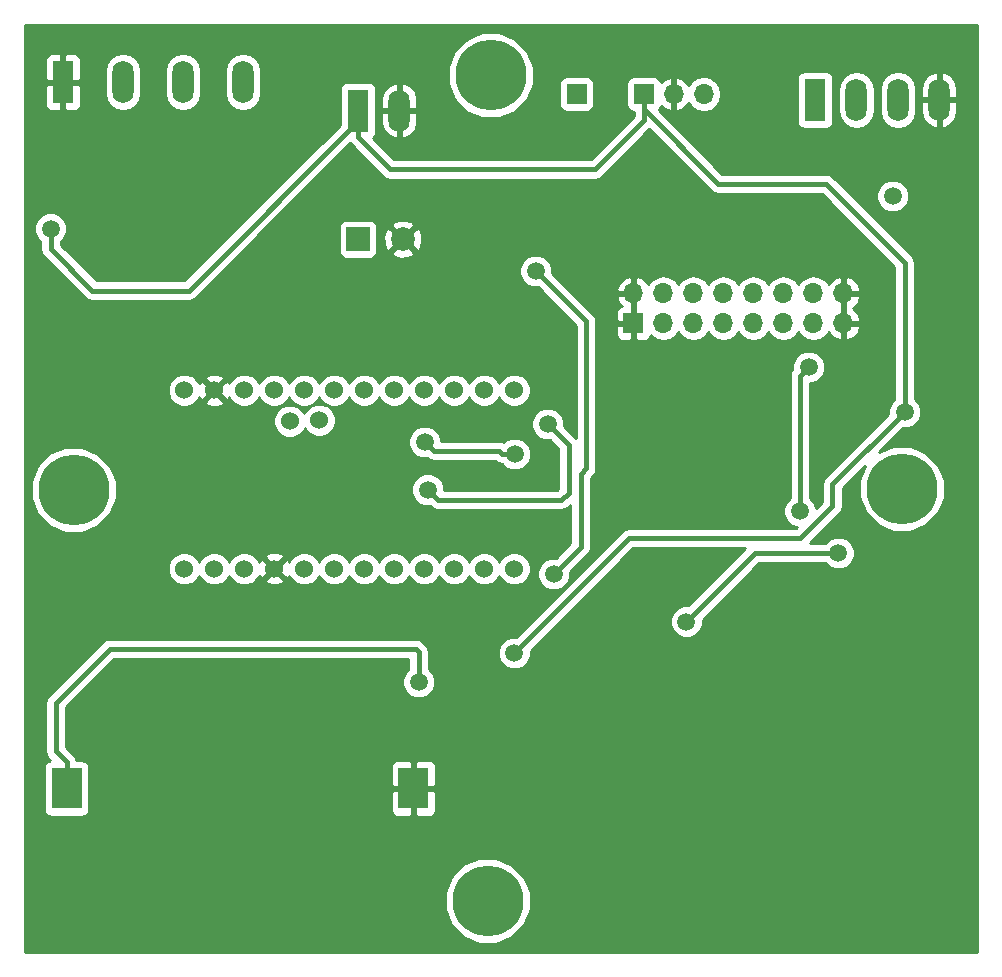
<source format=gbr>
G04 #@! TF.GenerationSoftware,KiCad,Pcbnew,(2017-06-12 revision 8590a2299)-makepkg*
G04 #@! TF.CreationDate,2017-06-16T20:28:46+02:00*
G04 #@! TF.ProjectId,phloggerV2,70686C6F6767657256322E6B69636164,C*
G04 #@! TF.FileFunction,Copper,L1,Top,Signal*
G04 #@! TF.FilePolarity,Positive*
%FSLAX46Y46*%
G04 Gerber Fmt 4.6, Leading zero omitted, Abs format (unit mm)*
G04 Created by KiCad (PCBNEW (2017-06-12 revision 8590a2299)-makepkg) date 06/16/17 20:28:46*
%MOMM*%
%LPD*%
G01*
G04 APERTURE LIST*
%ADD10C,0.100000*%
%ADD11C,5.999480*%
%ADD12R,1.700000X1.700000*%
%ADD13O,1.700000X1.700000*%
%ADD14C,2.000000*%
%ADD15R,2.000000X2.000000*%
%ADD16R,2.540000X3.510000*%
%ADD17O,1.800000X3.600000*%
%ADD18R,1.800000X3.600000*%
%ADD19C,1.524000*%
%ADD20C,1.500000*%
%ADD21C,0.460000*%
%ADD22C,0.254000*%
G04 APERTURE END LIST*
D10*
D11*
X40140000Y74990000D03*
X74950000Y39960000D03*
X4826000Y39878000D03*
X39878000Y5080000D03*
D12*
X52220000Y54000000D03*
D13*
X54760000Y54000000D03*
X57300000Y54000000D03*
X59840000Y54000000D03*
X62380000Y54000000D03*
X64920000Y54000000D03*
X67460000Y54000000D03*
X70000000Y54000000D03*
X70000000Y56540000D03*
X67460000Y56540000D03*
X64920000Y56540000D03*
X62380000Y56540000D03*
X59840000Y56540000D03*
X57300000Y56540000D03*
X54760000Y56540000D03*
X52220000Y56540000D03*
D14*
X32700000Y61100000D03*
D15*
X28900000Y61100000D03*
D16*
X4220000Y14600000D03*
X33580000Y14600000D03*
D17*
X32400000Y72000000D03*
D18*
X28900000Y72000000D03*
D12*
X47400000Y73400000D03*
D17*
X19160000Y74400000D03*
X14080000Y74400000D03*
X9000000Y74400000D03*
D18*
X3920000Y74400000D03*
D17*
X78100000Y72900000D03*
X74600000Y72900000D03*
X71100000Y72900000D03*
D18*
X67600000Y72900000D03*
D19*
X14180000Y33200000D03*
X16720000Y33200000D03*
X19260000Y33200000D03*
X21800000Y33200000D03*
X24340000Y33200000D03*
X26880000Y33200000D03*
X29420000Y33200000D03*
X31960000Y33200000D03*
X34500000Y33200000D03*
X37040000Y33200000D03*
X39580000Y33200000D03*
X42120000Y33200000D03*
X42120000Y48320000D03*
X39580000Y48320000D03*
X37040000Y48320000D03*
X34500000Y48320000D03*
X31960000Y48320000D03*
X29420000Y48320000D03*
X26880000Y48320000D03*
X24340000Y48320000D03*
X25610000Y45780000D03*
X23120000Y45700000D03*
X21800000Y48320000D03*
X19260000Y48320000D03*
X16720000Y48320000D03*
X14180000Y48320000D03*
D13*
X58180000Y73400000D03*
X55640000Y73400000D03*
D12*
X53100000Y73400000D03*
D20*
X34036000Y23622000D03*
X42130001Y26080000D03*
X75184000Y46482018D03*
X2870000Y62000000D03*
X67056000Y50292000D03*
X66300000Y38100000D03*
X74168000Y64770000D03*
X45466000Y32766000D03*
X43942000Y58420000D03*
X69570000Y34530000D03*
X56700150Y28734834D03*
X34544000Y43942000D03*
X42164000Y42926000D03*
X44958000Y45466000D03*
X34800000Y39900000D03*
D21*
X4220000Y14600000D02*
X4220000Y16815000D01*
X4220000Y16815000D02*
X3302000Y17733000D01*
X3302000Y17733000D02*
X3302000Y21844000D01*
X33782000Y26416000D02*
X34036000Y26162000D01*
X3302000Y21844000D02*
X7874000Y26416000D01*
X7874000Y26416000D02*
X33782000Y26416000D01*
X34036000Y26162000D02*
X34036000Y23622000D01*
X42880000Y26829999D02*
X42130001Y26080000D01*
X51850001Y35800000D02*
X42880000Y26829999D01*
X66350000Y35800000D02*
X51850001Y35800000D01*
X69060000Y40358018D02*
X69060000Y38510000D01*
X75184000Y46482018D02*
X69060000Y40358018D01*
X69060000Y38510000D02*
X66350000Y35800000D01*
X48960000Y67020000D02*
X53100000Y71160000D01*
X53100000Y71160000D02*
X53100000Y73400000D01*
X31620000Y67020000D02*
X48960000Y67020000D01*
X28900000Y72000000D02*
X28900000Y69740000D01*
X28900000Y69740000D02*
X31620000Y67020000D01*
X68500000Y65800000D02*
X75184000Y59116000D01*
X53100000Y72090000D02*
X59390000Y65800000D01*
X53100000Y73400000D02*
X53100000Y72090000D01*
X75184000Y59116000D02*
X75184000Y46482018D01*
X59390000Y65800000D02*
X68500000Y65800000D01*
X6400000Y56750000D02*
X2870000Y60280000D01*
X2870000Y60280000D02*
X2870000Y62000000D01*
X14550000Y56750000D02*
X6400000Y56750000D01*
X28900000Y72000000D02*
X28900000Y71100000D01*
X28900000Y71100000D02*
X14550000Y56750000D01*
X66300000Y49536000D02*
X67056000Y50292000D01*
X66300000Y38100000D02*
X66300000Y49536000D01*
X48216001Y41707599D02*
X47739999Y41231597D01*
X47739999Y35039999D02*
X45466000Y32766000D01*
X48216001Y54145999D02*
X48216001Y41707599D01*
X47739999Y41231597D02*
X47739999Y35039999D01*
X43942000Y58420000D02*
X48216001Y54145999D01*
X68509340Y34530000D02*
X69570000Y34530000D01*
X62495316Y34530000D02*
X68509340Y34530000D01*
X56700150Y28734834D02*
X62495316Y34530000D01*
X40849340Y43180000D02*
X35306000Y43180000D01*
X35306000Y43180000D02*
X34544000Y43942000D01*
X42164000Y42926000D02*
X41103340Y42926000D01*
X41103340Y42926000D02*
X40849340Y43180000D01*
X46723999Y43700001D02*
X44958000Y45466000D01*
X46723999Y39633597D02*
X46723999Y43700001D01*
X34800000Y39900000D02*
X35680001Y39019999D01*
X35680001Y39019999D02*
X46110401Y39019999D01*
X46110401Y39019999D02*
X46723999Y39633597D01*
D22*
G36*
X81307000Y735000D02*
X735000Y735000D01*
X735000Y4360177D01*
X36242630Y4360177D01*
X36794820Y3023775D01*
X37816397Y2000414D01*
X39151834Y1445892D01*
X40597823Y1444630D01*
X41934225Y1996820D01*
X42957586Y3018397D01*
X43512108Y4353834D01*
X43513370Y5799823D01*
X42961180Y7136225D01*
X41939603Y8159586D01*
X40604166Y8714108D01*
X39158177Y8715370D01*
X37821775Y8163180D01*
X36798414Y7141603D01*
X36243892Y5806166D01*
X36242630Y4360177D01*
X735000Y4360177D01*
X735000Y16355000D01*
X2302560Y16355000D01*
X2302560Y12845000D01*
X2351843Y12597235D01*
X2492191Y12387191D01*
X2702235Y12246843D01*
X2950000Y12197560D01*
X5490000Y12197560D01*
X5737765Y12246843D01*
X5947809Y12387191D01*
X6088157Y12597235D01*
X6137440Y12845000D01*
X6137440Y14314250D01*
X31675000Y14314250D01*
X31675000Y12718690D01*
X31771673Y12485301D01*
X31950302Y12306673D01*
X32183691Y12210000D01*
X33294250Y12210000D01*
X33453000Y12368750D01*
X33453000Y14473000D01*
X33707000Y14473000D01*
X33707000Y12368750D01*
X33865750Y12210000D01*
X34976309Y12210000D01*
X35209698Y12306673D01*
X35388327Y12485301D01*
X35485000Y12718690D01*
X35485000Y14314250D01*
X35326250Y14473000D01*
X33707000Y14473000D01*
X33453000Y14473000D01*
X31833750Y14473000D01*
X31675000Y14314250D01*
X6137440Y14314250D01*
X6137440Y16355000D01*
X6112316Y16481310D01*
X31675000Y16481310D01*
X31675000Y14885750D01*
X31833750Y14727000D01*
X33453000Y14727000D01*
X33453000Y16831250D01*
X33707000Y16831250D01*
X33707000Y14727000D01*
X35326250Y14727000D01*
X35485000Y14885750D01*
X35485000Y16481310D01*
X35388327Y16714699D01*
X35209698Y16893327D01*
X34976309Y16990000D01*
X33865750Y16990000D01*
X33707000Y16831250D01*
X33453000Y16831250D01*
X33294250Y16990000D01*
X32183691Y16990000D01*
X31950302Y16893327D01*
X31771673Y16714699D01*
X31675000Y16481310D01*
X6112316Y16481310D01*
X6088157Y16602765D01*
X5947809Y16812809D01*
X5737765Y16953157D01*
X5490000Y17002440D01*
X5047716Y17002440D01*
X5019156Y17146021D01*
X4831647Y17426647D01*
X4167000Y18091294D01*
X4167000Y21485706D01*
X8232295Y25551000D01*
X33171000Y25551000D01*
X33171000Y24715488D01*
X32862539Y24407564D01*
X32651241Y23898702D01*
X32650760Y23347715D01*
X32861169Y22838485D01*
X33250436Y22448539D01*
X33759298Y22237241D01*
X34310285Y22236760D01*
X34819515Y22447169D01*
X35209461Y22836436D01*
X35420759Y23345298D01*
X35421240Y23896285D01*
X35210831Y24405515D01*
X34901000Y24715886D01*
X34901000Y26162000D01*
X34835156Y26493021D01*
X34835156Y26493022D01*
X34647647Y26773648D01*
X34393647Y27027647D01*
X34113021Y27215156D01*
X33782000Y27281000D01*
X7874000Y27281000D01*
X7597898Y27226080D01*
X7542978Y27215156D01*
X7262352Y27027647D01*
X2690353Y22455647D01*
X2502844Y22175021D01*
X2437000Y21844000D01*
X2437000Y17733000D01*
X2497937Y17426647D01*
X2502844Y17401979D01*
X2690353Y17121353D01*
X2832615Y16979091D01*
X2702235Y16953157D01*
X2492191Y16812809D01*
X2351843Y16602765D01*
X2302560Y16355000D01*
X735000Y16355000D01*
X735000Y32923339D01*
X12782758Y32923339D01*
X12994990Y32409697D01*
X13387630Y32016371D01*
X13900900Y31803243D01*
X14456661Y31802758D01*
X14970303Y32014990D01*
X15363629Y32407630D01*
X15449949Y32615512D01*
X15534990Y32409697D01*
X15927630Y32016371D01*
X16440900Y31803243D01*
X16996661Y31802758D01*
X17510303Y32014990D01*
X17903629Y32407630D01*
X17989949Y32615512D01*
X18074990Y32409697D01*
X18467630Y32016371D01*
X18980900Y31803243D01*
X19536661Y31802758D01*
X20050303Y32014990D01*
X20255457Y32219787D01*
X20999392Y32219787D01*
X21068857Y31977603D01*
X21592302Y31790856D01*
X22147368Y31818638D01*
X22531143Y31977603D01*
X22600608Y32219787D01*
X21800000Y33020395D01*
X20999392Y32219787D01*
X20255457Y32219787D01*
X20443629Y32407630D01*
X20523395Y32599727D01*
X20577603Y32468857D01*
X20819787Y32399392D01*
X21620395Y33200000D01*
X21979605Y33200000D01*
X22780213Y32399392D01*
X23022397Y32468857D01*
X23072509Y32609318D01*
X23154990Y32409697D01*
X23547630Y32016371D01*
X24060900Y31803243D01*
X24616661Y31802758D01*
X25130303Y32014990D01*
X25523629Y32407630D01*
X25609949Y32615512D01*
X25694990Y32409697D01*
X26087630Y32016371D01*
X26600900Y31803243D01*
X27156661Y31802758D01*
X27670303Y32014990D01*
X28063629Y32407630D01*
X28149949Y32615512D01*
X28234990Y32409697D01*
X28627630Y32016371D01*
X29140900Y31803243D01*
X29696661Y31802758D01*
X30210303Y32014990D01*
X30603629Y32407630D01*
X30689949Y32615512D01*
X30774990Y32409697D01*
X31167630Y32016371D01*
X31680900Y31803243D01*
X32236661Y31802758D01*
X32750303Y32014990D01*
X33143629Y32407630D01*
X33229949Y32615512D01*
X33314990Y32409697D01*
X33707630Y32016371D01*
X34220900Y31803243D01*
X34776661Y31802758D01*
X35290303Y32014990D01*
X35683629Y32407630D01*
X35769949Y32615512D01*
X35854990Y32409697D01*
X36247630Y32016371D01*
X36760900Y31803243D01*
X37316661Y31802758D01*
X37830303Y32014990D01*
X38223629Y32407630D01*
X38309949Y32615512D01*
X38394990Y32409697D01*
X38787630Y32016371D01*
X39300900Y31803243D01*
X39856661Y31802758D01*
X40370303Y32014990D01*
X40763629Y32407630D01*
X40849949Y32615512D01*
X40934990Y32409697D01*
X41327630Y32016371D01*
X41840900Y31803243D01*
X42396661Y31802758D01*
X42910303Y32014990D01*
X43303629Y32407630D01*
X43516757Y32920900D01*
X43517242Y33476661D01*
X43305010Y33990303D01*
X42912370Y34383629D01*
X42399100Y34596757D01*
X41843339Y34597242D01*
X41329697Y34385010D01*
X40936371Y33992370D01*
X40850051Y33784488D01*
X40765010Y33990303D01*
X40372370Y34383629D01*
X39859100Y34596757D01*
X39303339Y34597242D01*
X38789697Y34385010D01*
X38396371Y33992370D01*
X38310051Y33784488D01*
X38225010Y33990303D01*
X37832370Y34383629D01*
X37319100Y34596757D01*
X36763339Y34597242D01*
X36249697Y34385010D01*
X35856371Y33992370D01*
X35770051Y33784488D01*
X35685010Y33990303D01*
X35292370Y34383629D01*
X34779100Y34596757D01*
X34223339Y34597242D01*
X33709697Y34385010D01*
X33316371Y33992370D01*
X33230051Y33784488D01*
X33145010Y33990303D01*
X32752370Y34383629D01*
X32239100Y34596757D01*
X31683339Y34597242D01*
X31169697Y34385010D01*
X30776371Y33992370D01*
X30690051Y33784488D01*
X30605010Y33990303D01*
X30212370Y34383629D01*
X29699100Y34596757D01*
X29143339Y34597242D01*
X28629697Y34385010D01*
X28236371Y33992370D01*
X28150051Y33784488D01*
X28065010Y33990303D01*
X27672370Y34383629D01*
X27159100Y34596757D01*
X26603339Y34597242D01*
X26089697Y34385010D01*
X25696371Y33992370D01*
X25610051Y33784488D01*
X25525010Y33990303D01*
X25132370Y34383629D01*
X24619100Y34596757D01*
X24063339Y34597242D01*
X23549697Y34385010D01*
X23156371Y33992370D01*
X23076605Y33800273D01*
X23022397Y33931143D01*
X22780213Y34000608D01*
X21979605Y33200000D01*
X21620395Y33200000D01*
X20819787Y34000608D01*
X20577603Y33931143D01*
X20527491Y33790682D01*
X20445010Y33990303D01*
X20255432Y34180213D01*
X20999392Y34180213D01*
X21800000Y33379605D01*
X22600608Y34180213D01*
X22531143Y34422397D01*
X22007698Y34609144D01*
X21452632Y34581362D01*
X21068857Y34422397D01*
X20999392Y34180213D01*
X20255432Y34180213D01*
X20052370Y34383629D01*
X19539100Y34596757D01*
X18983339Y34597242D01*
X18469697Y34385010D01*
X18076371Y33992370D01*
X17990051Y33784488D01*
X17905010Y33990303D01*
X17512370Y34383629D01*
X16999100Y34596757D01*
X16443339Y34597242D01*
X15929697Y34385010D01*
X15536371Y33992370D01*
X15450051Y33784488D01*
X15365010Y33990303D01*
X14972370Y34383629D01*
X14459100Y34596757D01*
X13903339Y34597242D01*
X13389697Y34385010D01*
X12996371Y33992370D01*
X12783243Y33479100D01*
X12782758Y32923339D01*
X735000Y32923339D01*
X735000Y39158177D01*
X1190630Y39158177D01*
X1742820Y37821775D01*
X2764397Y36798414D01*
X4099834Y36243892D01*
X5545823Y36242630D01*
X6882225Y36794820D01*
X7905586Y37816397D01*
X8460108Y39151834D01*
X8460521Y39625715D01*
X33414760Y39625715D01*
X33625169Y39116485D01*
X34014436Y38726539D01*
X34523298Y38515241D01*
X34961847Y38514858D01*
X35068353Y38408352D01*
X35348979Y38220843D01*
X35403899Y38209919D01*
X35680001Y38154999D01*
X46110401Y38154999D01*
X46441422Y38220843D01*
X46722048Y38408352D01*
X46874999Y38561303D01*
X46874999Y35398294D01*
X45627565Y34150860D01*
X45191715Y34151240D01*
X44682485Y33940831D01*
X44292539Y33551564D01*
X44081241Y33042702D01*
X44080760Y32491715D01*
X44291169Y31982485D01*
X44680436Y31592539D01*
X45189298Y31381241D01*
X45740285Y31380760D01*
X46249515Y31591169D01*
X46639461Y31980436D01*
X46850759Y32489298D01*
X46851142Y32927848D01*
X48351646Y34428351D01*
X48539155Y34708977D01*
X48584113Y34935000D01*
X48604999Y35039999D01*
X48604999Y40873302D01*
X48827648Y41095951D01*
X49015156Y41376577D01*
X49015157Y41376578D01*
X49081001Y41707599D01*
X49081001Y53714250D01*
X50735000Y53714250D01*
X50735000Y53023691D01*
X50831673Y52790302D01*
X51010301Y52611673D01*
X51243690Y52515000D01*
X51934250Y52515000D01*
X52093000Y52673750D01*
X52093000Y53873000D01*
X50893750Y53873000D01*
X50735000Y53714250D01*
X49081001Y53714250D01*
X49081001Y54145999D01*
X49015157Y54477020D01*
X49015157Y54477021D01*
X48827648Y54757646D01*
X48608985Y54976309D01*
X50735000Y54976309D01*
X50735000Y54285750D01*
X50893750Y54127000D01*
X52093000Y54127000D01*
X52093000Y56413000D01*
X50899181Y56413000D01*
X50778514Y56183108D01*
X51024817Y55658642D01*
X51224208Y55476930D01*
X51010301Y55388327D01*
X50831673Y55209698D01*
X50735000Y54976309D01*
X48608985Y54976309D01*
X46688402Y56896892D01*
X50778514Y56896892D01*
X50899181Y56667000D01*
X52093000Y56667000D01*
X52093000Y57860155D01*
X52347000Y57860155D01*
X52347000Y56667000D01*
X52367000Y56667000D01*
X52367000Y56413000D01*
X52347000Y56413000D01*
X52347000Y54127000D01*
X52367000Y54127000D01*
X52367000Y53873000D01*
X52347000Y53873000D01*
X52347000Y52673750D01*
X52505750Y52515000D01*
X53196310Y52515000D01*
X53429699Y52611673D01*
X53608327Y52790302D01*
X53680597Y52964777D01*
X53709946Y52920853D01*
X54191715Y52598946D01*
X54760000Y52485907D01*
X55328285Y52598946D01*
X55810054Y52920853D01*
X56030000Y53250026D01*
X56249946Y52920853D01*
X56731715Y52598946D01*
X57300000Y52485907D01*
X57868285Y52598946D01*
X58350054Y52920853D01*
X58570000Y53250026D01*
X58789946Y52920853D01*
X59271715Y52598946D01*
X59840000Y52485907D01*
X60408285Y52598946D01*
X60890054Y52920853D01*
X61110000Y53250026D01*
X61329946Y52920853D01*
X61811715Y52598946D01*
X62380000Y52485907D01*
X62948285Y52598946D01*
X63430054Y52920853D01*
X63650000Y53250026D01*
X63869946Y52920853D01*
X64351715Y52598946D01*
X64920000Y52485907D01*
X65488285Y52598946D01*
X65970054Y52920853D01*
X66190000Y53250026D01*
X66409946Y52920853D01*
X66891715Y52598946D01*
X67460000Y52485907D01*
X68028285Y52598946D01*
X68510054Y52920853D01*
X68737702Y53261553D01*
X68804817Y53118642D01*
X69233076Y52728355D01*
X69643110Y52558524D01*
X69873000Y52679845D01*
X69873000Y53873000D01*
X70127000Y53873000D01*
X70127000Y52679845D01*
X70356890Y52558524D01*
X70766924Y52728355D01*
X71195183Y53118642D01*
X71441486Y53643108D01*
X71320819Y53873000D01*
X70127000Y53873000D01*
X69873000Y53873000D01*
X69853000Y53873000D01*
X69853000Y54127000D01*
X69873000Y54127000D01*
X69873000Y56413000D01*
X70127000Y56413000D01*
X70127000Y54127000D01*
X71320819Y54127000D01*
X71441486Y54356892D01*
X71195183Y54881358D01*
X70768729Y55270000D01*
X71195183Y55658642D01*
X71441486Y56183108D01*
X71320819Y56413000D01*
X70127000Y56413000D01*
X69873000Y56413000D01*
X69853000Y56413000D01*
X69853000Y56667000D01*
X69873000Y56667000D01*
X69873000Y57860155D01*
X70127000Y57860155D01*
X70127000Y56667000D01*
X71320819Y56667000D01*
X71441486Y56896892D01*
X71195183Y57421358D01*
X70766924Y57811645D01*
X70356890Y57981476D01*
X70127000Y57860155D01*
X69873000Y57860155D01*
X69643110Y57981476D01*
X69233076Y57811645D01*
X68804817Y57421358D01*
X68737702Y57278447D01*
X68510054Y57619147D01*
X68028285Y57941054D01*
X67460000Y58054093D01*
X66891715Y57941054D01*
X66409946Y57619147D01*
X66190000Y57289974D01*
X65970054Y57619147D01*
X65488285Y57941054D01*
X64920000Y58054093D01*
X64351715Y57941054D01*
X63869946Y57619147D01*
X63650000Y57289974D01*
X63430054Y57619147D01*
X62948285Y57941054D01*
X62380000Y58054093D01*
X61811715Y57941054D01*
X61329946Y57619147D01*
X61110000Y57289974D01*
X60890054Y57619147D01*
X60408285Y57941054D01*
X59840000Y58054093D01*
X59271715Y57941054D01*
X58789946Y57619147D01*
X58570000Y57289974D01*
X58350054Y57619147D01*
X57868285Y57941054D01*
X57300000Y58054093D01*
X56731715Y57941054D01*
X56249946Y57619147D01*
X56030000Y57289974D01*
X55810054Y57619147D01*
X55328285Y57941054D01*
X54760000Y58054093D01*
X54191715Y57941054D01*
X53709946Y57619147D01*
X53482298Y57278447D01*
X53415183Y57421358D01*
X52986924Y57811645D01*
X52576890Y57981476D01*
X52347000Y57860155D01*
X52093000Y57860155D01*
X51863110Y57981476D01*
X51453076Y57811645D01*
X51024817Y57421358D01*
X50778514Y56896892D01*
X46688402Y56896892D01*
X45326860Y58258434D01*
X45327240Y58694285D01*
X45116831Y59203515D01*
X44727564Y59593461D01*
X44218702Y59804759D01*
X43667715Y59805240D01*
X43158485Y59594831D01*
X42768539Y59205564D01*
X42557241Y58696702D01*
X42556760Y58145715D01*
X42767169Y57636485D01*
X43156436Y57246539D01*
X43665298Y57035241D01*
X44103848Y57034858D01*
X47351001Y53787705D01*
X47351001Y44288669D01*
X47335647Y44311648D01*
X46342860Y45304435D01*
X46343240Y45740285D01*
X46132831Y46249515D01*
X45743564Y46639461D01*
X45234702Y46850759D01*
X44683715Y46851240D01*
X44174485Y46640831D01*
X43784539Y46251564D01*
X43573241Y45742702D01*
X43572760Y45191715D01*
X43783169Y44682485D01*
X44172436Y44292539D01*
X44681298Y44081241D01*
X45119847Y44080858D01*
X45858999Y43341706D01*
X45858999Y39991892D01*
X45752107Y39884999D01*
X36184987Y39884999D01*
X36185240Y40174285D01*
X35974831Y40683515D01*
X35585564Y41073461D01*
X35076702Y41284759D01*
X34525715Y41285240D01*
X34016485Y41074831D01*
X33626539Y40685564D01*
X33415241Y40176702D01*
X33414760Y39625715D01*
X8460521Y39625715D01*
X8461370Y40597823D01*
X7909180Y41934225D01*
X6887603Y42957586D01*
X5552166Y43512108D01*
X4106177Y43513370D01*
X2769775Y42961180D01*
X1746414Y41939603D01*
X1191892Y40604166D01*
X1190630Y39158177D01*
X735000Y39158177D01*
X735000Y43667715D01*
X33158760Y43667715D01*
X33369169Y43158485D01*
X33758436Y42768539D01*
X34267298Y42557241D01*
X34711562Y42556853D01*
X34974979Y42380844D01*
X35306000Y42315000D01*
X40491045Y42315000D01*
X40491692Y42314353D01*
X40772318Y42126844D01*
X40827238Y42115920D01*
X41062379Y42069148D01*
X41378436Y41752539D01*
X41887298Y41541241D01*
X42438285Y41540760D01*
X42947515Y41751169D01*
X43337461Y42140436D01*
X43548759Y42649298D01*
X43549240Y43200285D01*
X43338831Y43709515D01*
X42949564Y44099461D01*
X42440702Y44310759D01*
X41889715Y44311240D01*
X41380485Y44100831D01*
X41227228Y43947841D01*
X41180361Y43979156D01*
X40849340Y44045000D01*
X35929090Y44045000D01*
X35929240Y44216285D01*
X35718831Y44725515D01*
X35329564Y45115461D01*
X34820702Y45326759D01*
X34269715Y45327240D01*
X33760485Y45116831D01*
X33370539Y44727564D01*
X33159241Y44218702D01*
X33158760Y43667715D01*
X735000Y43667715D01*
X735000Y45423339D01*
X21722758Y45423339D01*
X21934990Y44909697D01*
X22327630Y44516371D01*
X22840900Y44303243D01*
X23396661Y44302758D01*
X23910303Y44514990D01*
X24303629Y44907630D01*
X24381456Y45095058D01*
X24424990Y44989697D01*
X24817630Y44596371D01*
X25330900Y44383243D01*
X25886661Y44382758D01*
X26400303Y44594990D01*
X26793629Y44987630D01*
X27006757Y45500900D01*
X27007242Y46056661D01*
X26795010Y46570303D01*
X26402370Y46963629D01*
X25889100Y47176757D01*
X25333339Y47177242D01*
X24819697Y46965010D01*
X24426371Y46572370D01*
X24348544Y46384942D01*
X24305010Y46490303D01*
X23912370Y46883629D01*
X23399100Y47096757D01*
X22843339Y47097242D01*
X22329697Y46885010D01*
X21936371Y46492370D01*
X21723243Y45979100D01*
X21722758Y45423339D01*
X735000Y45423339D01*
X735000Y48043339D01*
X12782758Y48043339D01*
X12994990Y47529697D01*
X13387630Y47136371D01*
X13900900Y46923243D01*
X14456661Y46922758D01*
X14970303Y47134990D01*
X15175457Y47339787D01*
X15919392Y47339787D01*
X15988857Y47097603D01*
X16512302Y46910856D01*
X17067368Y46938638D01*
X17451143Y47097603D01*
X17520608Y47339787D01*
X16720000Y48140395D01*
X15919392Y47339787D01*
X15175457Y47339787D01*
X15363629Y47527630D01*
X15443395Y47719727D01*
X15497603Y47588857D01*
X15739787Y47519392D01*
X16540395Y48320000D01*
X16899605Y48320000D01*
X17700213Y47519392D01*
X17942397Y47588857D01*
X17992509Y47729318D01*
X18074990Y47529697D01*
X18467630Y47136371D01*
X18980900Y46923243D01*
X19536661Y46922758D01*
X20050303Y47134990D01*
X20443629Y47527630D01*
X20529949Y47735512D01*
X20614990Y47529697D01*
X21007630Y47136371D01*
X21520900Y46923243D01*
X22076661Y46922758D01*
X22590303Y47134990D01*
X22983629Y47527630D01*
X23069949Y47735512D01*
X23154990Y47529697D01*
X23547630Y47136371D01*
X24060900Y46923243D01*
X24616661Y46922758D01*
X25130303Y47134990D01*
X25523629Y47527630D01*
X25609949Y47735512D01*
X25694990Y47529697D01*
X26087630Y47136371D01*
X26600900Y46923243D01*
X27156661Y46922758D01*
X27670303Y47134990D01*
X28063629Y47527630D01*
X28149949Y47735512D01*
X28234990Y47529697D01*
X28627630Y47136371D01*
X29140900Y46923243D01*
X29696661Y46922758D01*
X30210303Y47134990D01*
X30603629Y47527630D01*
X30689949Y47735512D01*
X30774990Y47529697D01*
X31167630Y47136371D01*
X31680900Y46923243D01*
X32236661Y46922758D01*
X32750303Y47134990D01*
X33143629Y47527630D01*
X33229949Y47735512D01*
X33314990Y47529697D01*
X33707630Y47136371D01*
X34220900Y46923243D01*
X34776661Y46922758D01*
X35290303Y47134990D01*
X35683629Y47527630D01*
X35769949Y47735512D01*
X35854990Y47529697D01*
X36247630Y47136371D01*
X36760900Y46923243D01*
X37316661Y46922758D01*
X37830303Y47134990D01*
X38223629Y47527630D01*
X38309949Y47735512D01*
X38394990Y47529697D01*
X38787630Y47136371D01*
X39300900Y46923243D01*
X39856661Y46922758D01*
X40370303Y47134990D01*
X40763629Y47527630D01*
X40849949Y47735512D01*
X40934990Y47529697D01*
X41327630Y47136371D01*
X41840900Y46923243D01*
X42396661Y46922758D01*
X42910303Y47134990D01*
X43303629Y47527630D01*
X43516757Y48040900D01*
X43517242Y48596661D01*
X43305010Y49110303D01*
X42912370Y49503629D01*
X42399100Y49716757D01*
X41843339Y49717242D01*
X41329697Y49505010D01*
X40936371Y49112370D01*
X40850051Y48904488D01*
X40765010Y49110303D01*
X40372370Y49503629D01*
X39859100Y49716757D01*
X39303339Y49717242D01*
X38789697Y49505010D01*
X38396371Y49112370D01*
X38310051Y48904488D01*
X38225010Y49110303D01*
X37832370Y49503629D01*
X37319100Y49716757D01*
X36763339Y49717242D01*
X36249697Y49505010D01*
X35856371Y49112370D01*
X35770051Y48904488D01*
X35685010Y49110303D01*
X35292370Y49503629D01*
X34779100Y49716757D01*
X34223339Y49717242D01*
X33709697Y49505010D01*
X33316371Y49112370D01*
X33230051Y48904488D01*
X33145010Y49110303D01*
X32752370Y49503629D01*
X32239100Y49716757D01*
X31683339Y49717242D01*
X31169697Y49505010D01*
X30776371Y49112370D01*
X30690051Y48904488D01*
X30605010Y49110303D01*
X30212370Y49503629D01*
X29699100Y49716757D01*
X29143339Y49717242D01*
X28629697Y49505010D01*
X28236371Y49112370D01*
X28150051Y48904488D01*
X28065010Y49110303D01*
X27672370Y49503629D01*
X27159100Y49716757D01*
X26603339Y49717242D01*
X26089697Y49505010D01*
X25696371Y49112370D01*
X25610051Y48904488D01*
X25525010Y49110303D01*
X25132370Y49503629D01*
X24619100Y49716757D01*
X24063339Y49717242D01*
X23549697Y49505010D01*
X23156371Y49112370D01*
X23070051Y48904488D01*
X22985010Y49110303D01*
X22592370Y49503629D01*
X22079100Y49716757D01*
X21523339Y49717242D01*
X21009697Y49505010D01*
X20616371Y49112370D01*
X20530051Y48904488D01*
X20445010Y49110303D01*
X20052370Y49503629D01*
X19539100Y49716757D01*
X18983339Y49717242D01*
X18469697Y49505010D01*
X18076371Y49112370D01*
X17996605Y48920273D01*
X17942397Y49051143D01*
X17700213Y49120608D01*
X16899605Y48320000D01*
X16540395Y48320000D01*
X15739787Y49120608D01*
X15497603Y49051143D01*
X15447491Y48910682D01*
X15365010Y49110303D01*
X15175432Y49300213D01*
X15919392Y49300213D01*
X16720000Y48499605D01*
X17520608Y49300213D01*
X17451143Y49542397D01*
X16927698Y49729144D01*
X16372632Y49701362D01*
X15988857Y49542397D01*
X15919392Y49300213D01*
X15175432Y49300213D01*
X14972370Y49503629D01*
X14459100Y49716757D01*
X13903339Y49717242D01*
X13389697Y49505010D01*
X12996371Y49112370D01*
X12783243Y48599100D01*
X12782758Y48043339D01*
X735000Y48043339D01*
X735000Y61725715D01*
X1484760Y61725715D01*
X1695169Y61216485D01*
X2005000Y60906114D01*
X2005000Y60280000D01*
X2064475Y59981000D01*
X2070844Y59948979D01*
X2258353Y59668353D01*
X5788353Y56138353D01*
X6068979Y55950844D01*
X6400000Y55885000D01*
X14550000Y55885000D01*
X14881021Y55950844D01*
X15161647Y56138353D01*
X21123294Y62100000D01*
X27252560Y62100000D01*
X27252560Y60100000D01*
X27301843Y59852235D01*
X27442191Y59642191D01*
X27652235Y59501843D01*
X27900000Y59452560D01*
X29900000Y59452560D01*
X30147765Y59501843D01*
X30357809Y59642191D01*
X30498157Y59852235D01*
X30517099Y59947468D01*
X31727073Y59947468D01*
X31825736Y59680613D01*
X32435461Y59454092D01*
X33085460Y59478144D01*
X33574264Y59680613D01*
X33672927Y59947468D01*
X32700000Y60920395D01*
X31727073Y59947468D01*
X30517099Y59947468D01*
X30547440Y60100000D01*
X30547440Y61364539D01*
X31054092Y61364539D01*
X31078144Y60714540D01*
X31280613Y60225736D01*
X31547468Y60127073D01*
X32520395Y61100000D01*
X32879605Y61100000D01*
X33852532Y60127073D01*
X34119387Y60225736D01*
X34345908Y60835461D01*
X34321856Y61485460D01*
X34119387Y61974264D01*
X33852532Y62072927D01*
X32879605Y61100000D01*
X32520395Y61100000D01*
X31547468Y62072927D01*
X31280613Y61974264D01*
X31054092Y61364539D01*
X30547440Y61364539D01*
X30547440Y62100000D01*
X30517100Y62252532D01*
X31727073Y62252532D01*
X32700000Y61279605D01*
X33672927Y62252532D01*
X33574264Y62519387D01*
X32964539Y62745908D01*
X32314540Y62721856D01*
X31825736Y62519387D01*
X31727073Y62252532D01*
X30517100Y62252532D01*
X30498157Y62347765D01*
X30357809Y62557809D01*
X30147765Y62698157D01*
X29900000Y62747440D01*
X27900000Y62747440D01*
X27652235Y62698157D01*
X27442191Y62557809D01*
X27301843Y62347765D01*
X27252560Y62100000D01*
X21123294Y62100000D01*
X28233596Y69210302D01*
X28288353Y69128353D01*
X31008353Y66408353D01*
X31288979Y66220844D01*
X31620000Y66155000D01*
X48960000Y66155000D01*
X49291021Y66220844D01*
X49571647Y66408353D01*
X53565000Y70401706D01*
X58778352Y65188353D01*
X59058978Y65000844D01*
X59113898Y64989920D01*
X59390000Y64935000D01*
X68141706Y64935000D01*
X74319000Y58757705D01*
X74319000Y47575506D01*
X74010539Y47267582D01*
X73799241Y46758720D01*
X73798858Y46320170D01*
X68448353Y40969665D01*
X68260844Y40689039D01*
X68195000Y40358018D01*
X68195000Y38868295D01*
X67685226Y38358521D01*
X67685240Y38374285D01*
X67474831Y38883515D01*
X67165000Y39193886D01*
X67165000Y48906904D01*
X67330285Y48906760D01*
X67839515Y49117169D01*
X68229461Y49506436D01*
X68440759Y50015298D01*
X68441240Y50566285D01*
X68230831Y51075515D01*
X67841564Y51465461D01*
X67332702Y51676759D01*
X66781715Y51677240D01*
X66272485Y51466831D01*
X65882539Y51077564D01*
X65671241Y50568702D01*
X65670851Y50121453D01*
X65500844Y49867021D01*
X65435000Y49536000D01*
X65435000Y39193488D01*
X65126539Y38885564D01*
X64915241Y38376702D01*
X64914760Y37825715D01*
X65125169Y37316485D01*
X65514436Y36926539D01*
X66023298Y36715241D01*
X66041931Y36715225D01*
X65991706Y36665000D01*
X51850001Y36665000D01*
X51518980Y36599156D01*
X51238354Y36411647D01*
X42291567Y27464860D01*
X41855716Y27465240D01*
X41346486Y27254831D01*
X40956540Y26865564D01*
X40745242Y26356702D01*
X40744761Y25805715D01*
X40955170Y25296485D01*
X41344437Y24906539D01*
X41853299Y24695241D01*
X42404286Y24694760D01*
X42913516Y24905169D01*
X43303462Y25294436D01*
X43514760Y25803298D01*
X43515143Y26241848D01*
X52208295Y34935000D01*
X61677021Y34935000D01*
X56861715Y30119694D01*
X56425865Y30120074D01*
X55916635Y29909665D01*
X55526689Y29520398D01*
X55315391Y29011536D01*
X55314910Y28460549D01*
X55525319Y27951319D01*
X55914586Y27561373D01*
X56423448Y27350075D01*
X56974435Y27349594D01*
X57483665Y27560003D01*
X57873611Y27949270D01*
X58084909Y28458132D01*
X58085292Y28896682D01*
X62853611Y33665000D01*
X68476512Y33665000D01*
X68784436Y33356539D01*
X69293298Y33145241D01*
X69844285Y33144760D01*
X70353515Y33355169D01*
X70743461Y33744436D01*
X70954759Y34253298D01*
X70955240Y34804285D01*
X70744831Y35313515D01*
X70355564Y35703461D01*
X69846702Y35914759D01*
X69295715Y35915240D01*
X68786485Y35704831D01*
X68476114Y35395000D01*
X67168294Y35395000D01*
X69671648Y37898353D01*
X69859156Y38178979D01*
X69925000Y38510000D01*
X69925000Y39999724D01*
X71816117Y41890841D01*
X71315892Y40686166D01*
X71314630Y39240177D01*
X71866820Y37903775D01*
X72888397Y36880414D01*
X74223834Y36325892D01*
X75669823Y36324630D01*
X77006225Y36876820D01*
X78029586Y37898397D01*
X78584108Y39233834D01*
X78585370Y40679823D01*
X78033180Y42016225D01*
X77011603Y43039586D01*
X75676166Y43594108D01*
X74230177Y43595370D01*
X73021041Y43095765D01*
X75022434Y45097158D01*
X75458285Y45096778D01*
X75967515Y45307187D01*
X76357461Y45696454D01*
X76568759Y46205316D01*
X76569240Y46756303D01*
X76358831Y47265533D01*
X76049000Y47575904D01*
X76049000Y59116000D01*
X75983156Y59447021D01*
X75983156Y59447022D01*
X75795647Y59727648D01*
X71027580Y64495715D01*
X72782760Y64495715D01*
X72993169Y63986485D01*
X73382436Y63596539D01*
X73891298Y63385241D01*
X74442285Y63384760D01*
X74951515Y63595169D01*
X75341461Y63984436D01*
X75552759Y64493298D01*
X75553240Y65044285D01*
X75342831Y65553515D01*
X74953564Y65943461D01*
X74444702Y66154759D01*
X73893715Y66155240D01*
X73384485Y65944831D01*
X72994539Y65555564D01*
X72783241Y65046702D01*
X72782760Y64495715D01*
X71027580Y64495715D01*
X69111647Y66411647D01*
X68831021Y66599156D01*
X68500000Y66665000D01*
X59748295Y66665000D01*
X54355833Y72057461D01*
X54407809Y72092191D01*
X54548157Y72302235D01*
X54568739Y72405708D01*
X54873076Y72128355D01*
X55283110Y71958524D01*
X55513000Y72079845D01*
X55513000Y73273000D01*
X55493000Y73273000D01*
X55493000Y73527000D01*
X55513000Y73527000D01*
X55513000Y74720155D01*
X55767000Y74720155D01*
X55767000Y73527000D01*
X55787000Y73527000D01*
X55787000Y73273000D01*
X55767000Y73273000D01*
X55767000Y72079845D01*
X55996890Y71958524D01*
X56406924Y72128355D01*
X56835183Y72518642D01*
X56902298Y72661553D01*
X57129946Y72320853D01*
X57611715Y71998946D01*
X58180000Y71885907D01*
X58748285Y71998946D01*
X59230054Y72320853D01*
X59551961Y72802622D01*
X59665000Y73370907D01*
X59665000Y73429093D01*
X59551961Y73997378D01*
X59230054Y74479147D01*
X58899524Y74700000D01*
X66052560Y74700000D01*
X66052560Y71100000D01*
X66101843Y70852235D01*
X66242191Y70642191D01*
X66452235Y70501843D01*
X66700000Y70452560D01*
X68500000Y70452560D01*
X68747765Y70501843D01*
X68957809Y70642191D01*
X69098157Y70852235D01*
X69147440Y71100000D01*
X69147440Y73847704D01*
X69565000Y73847704D01*
X69565000Y71952296D01*
X69681845Y71364877D01*
X70014591Y70866887D01*
X70512581Y70534141D01*
X71100000Y70417296D01*
X71687419Y70534141D01*
X72185409Y70866887D01*
X72518155Y71364877D01*
X72635000Y71952296D01*
X72635000Y73847704D01*
X73065000Y73847704D01*
X73065000Y71952296D01*
X73181845Y71364877D01*
X73514591Y70866887D01*
X74012581Y70534141D01*
X74600000Y70417296D01*
X75187419Y70534141D01*
X75685409Y70866887D01*
X76018155Y71364877D01*
X76135000Y71952296D01*
X76135000Y72773000D01*
X76565000Y72773000D01*
X76565000Y71873000D01*
X76730446Y71295248D01*
X77104394Y70824788D01*
X77629914Y70533244D01*
X77735260Y70508964D01*
X77973000Y70629622D01*
X77973000Y72773000D01*
X78227000Y72773000D01*
X78227000Y70629622D01*
X78464740Y70508964D01*
X78570086Y70533244D01*
X79095606Y70824788D01*
X79469554Y71295248D01*
X79635000Y71873000D01*
X79635000Y72773000D01*
X78227000Y72773000D01*
X77973000Y72773000D01*
X76565000Y72773000D01*
X76135000Y72773000D01*
X76135000Y73847704D01*
X76119228Y73927000D01*
X76565000Y73927000D01*
X76565000Y73027000D01*
X77973000Y73027000D01*
X77973000Y75170378D01*
X78227000Y75170378D01*
X78227000Y73027000D01*
X79635000Y73027000D01*
X79635000Y73927000D01*
X79469554Y74504752D01*
X79095606Y74975212D01*
X78570086Y75266756D01*
X78464740Y75291036D01*
X78227000Y75170378D01*
X77973000Y75170378D01*
X77735260Y75291036D01*
X77629914Y75266756D01*
X77104394Y74975212D01*
X76730446Y74504752D01*
X76565000Y73927000D01*
X76119228Y73927000D01*
X76018155Y74435123D01*
X75685409Y74933113D01*
X75187419Y75265859D01*
X74600000Y75382704D01*
X74012581Y75265859D01*
X73514591Y74933113D01*
X73181845Y74435123D01*
X73065000Y73847704D01*
X72635000Y73847704D01*
X72518155Y74435123D01*
X72185409Y74933113D01*
X71687419Y75265859D01*
X71100000Y75382704D01*
X70512581Y75265859D01*
X70014591Y74933113D01*
X69681845Y74435123D01*
X69565000Y73847704D01*
X69147440Y73847704D01*
X69147440Y74700000D01*
X69098157Y74947765D01*
X68957809Y75157809D01*
X68747765Y75298157D01*
X68500000Y75347440D01*
X66700000Y75347440D01*
X66452235Y75298157D01*
X66242191Y75157809D01*
X66101843Y74947765D01*
X66052560Y74700000D01*
X58899524Y74700000D01*
X58748285Y74801054D01*
X58180000Y74914093D01*
X57611715Y74801054D01*
X57129946Y74479147D01*
X56902298Y74138447D01*
X56835183Y74281358D01*
X56406924Y74671645D01*
X55996890Y74841476D01*
X55767000Y74720155D01*
X55513000Y74720155D01*
X55283110Y74841476D01*
X54873076Y74671645D01*
X54568739Y74394292D01*
X54548157Y74497765D01*
X54407809Y74707809D01*
X54197765Y74848157D01*
X53950000Y74897440D01*
X52250000Y74897440D01*
X52002235Y74848157D01*
X51792191Y74707809D01*
X51651843Y74497765D01*
X51602560Y74250000D01*
X51602560Y72550000D01*
X51651843Y72302235D01*
X51792191Y72092191D01*
X52002235Y71951843D01*
X52235000Y71905544D01*
X52235000Y71518294D01*
X48601706Y67885000D01*
X31978294Y67885000D01*
X30175860Y69687434D01*
X30257809Y69742191D01*
X30398157Y69952235D01*
X30447440Y70200000D01*
X30447440Y71873000D01*
X30865000Y71873000D01*
X30865000Y70973000D01*
X31030446Y70395248D01*
X31404394Y69924788D01*
X31929914Y69633244D01*
X32035260Y69608964D01*
X32273000Y69729622D01*
X32273000Y71873000D01*
X32527000Y71873000D01*
X32527000Y69729622D01*
X32764740Y69608964D01*
X32870086Y69633244D01*
X33395606Y69924788D01*
X33769554Y70395248D01*
X33935000Y70973000D01*
X33935000Y71873000D01*
X32527000Y71873000D01*
X32273000Y71873000D01*
X30865000Y71873000D01*
X30447440Y71873000D01*
X30447440Y73027000D01*
X30865000Y73027000D01*
X30865000Y72127000D01*
X32273000Y72127000D01*
X32273000Y74270378D01*
X32527000Y74270378D01*
X32527000Y72127000D01*
X33935000Y72127000D01*
X33935000Y73027000D01*
X33769554Y73604752D01*
X33395606Y74075212D01*
X33044174Y74270177D01*
X36504630Y74270177D01*
X37056820Y72933775D01*
X38078397Y71910414D01*
X39413834Y71355892D01*
X40859823Y71354630D01*
X42196225Y71906820D01*
X43219586Y72928397D01*
X43768363Y74250000D01*
X45902560Y74250000D01*
X45902560Y72550000D01*
X45951843Y72302235D01*
X46092191Y72092191D01*
X46302235Y71951843D01*
X46550000Y71902560D01*
X48250000Y71902560D01*
X48497765Y71951843D01*
X48707809Y72092191D01*
X48848157Y72302235D01*
X48897440Y72550000D01*
X48897440Y74250000D01*
X48848157Y74497765D01*
X48707809Y74707809D01*
X48497765Y74848157D01*
X48250000Y74897440D01*
X46550000Y74897440D01*
X46302235Y74848157D01*
X46092191Y74707809D01*
X45951843Y74497765D01*
X45902560Y74250000D01*
X43768363Y74250000D01*
X43774108Y74263834D01*
X43775370Y75709823D01*
X43223180Y77046225D01*
X42201603Y78069586D01*
X40866166Y78624108D01*
X39420177Y78625370D01*
X38083775Y78073180D01*
X37060414Y77051603D01*
X36505892Y75716166D01*
X36504630Y74270177D01*
X33044174Y74270177D01*
X32870086Y74366756D01*
X32764740Y74391036D01*
X32527000Y74270378D01*
X32273000Y74270378D01*
X32035260Y74391036D01*
X31929914Y74366756D01*
X31404394Y74075212D01*
X31030446Y73604752D01*
X30865000Y73027000D01*
X30447440Y73027000D01*
X30447440Y73800000D01*
X30398157Y74047765D01*
X30257809Y74257809D01*
X30047765Y74398157D01*
X29800000Y74447440D01*
X28000000Y74447440D01*
X27752235Y74398157D01*
X27542191Y74257809D01*
X27401843Y74047765D01*
X27352560Y73800000D01*
X27352560Y70775855D01*
X14191706Y57615000D01*
X6758294Y57615000D01*
X3735000Y60638294D01*
X3735000Y60906512D01*
X4043461Y61214436D01*
X4254759Y61723298D01*
X4255240Y62274285D01*
X4044831Y62783515D01*
X3655564Y63173461D01*
X3146702Y63384759D01*
X2595715Y63385240D01*
X2086485Y63174831D01*
X1696539Y62785564D01*
X1485241Y62276702D01*
X1484760Y61725715D01*
X735000Y61725715D01*
X735000Y74114250D01*
X2385000Y74114250D01*
X2385000Y72473690D01*
X2481673Y72240301D01*
X2660302Y72061673D01*
X2893691Y71965000D01*
X3634250Y71965000D01*
X3793000Y72123750D01*
X3793000Y74273000D01*
X4047000Y74273000D01*
X4047000Y72123750D01*
X4205750Y71965000D01*
X4946309Y71965000D01*
X5179698Y72061673D01*
X5358327Y72240301D01*
X5455000Y72473690D01*
X5455000Y74114250D01*
X5296250Y74273000D01*
X4047000Y74273000D01*
X3793000Y74273000D01*
X2543750Y74273000D01*
X2385000Y74114250D01*
X735000Y74114250D01*
X735000Y76326310D01*
X2385000Y76326310D01*
X2385000Y74685750D01*
X2543750Y74527000D01*
X3793000Y74527000D01*
X3793000Y76676250D01*
X4047000Y76676250D01*
X4047000Y74527000D01*
X5296250Y74527000D01*
X5455000Y74685750D01*
X5455000Y75347704D01*
X7465000Y75347704D01*
X7465000Y73452296D01*
X7581845Y72864877D01*
X7914591Y72366887D01*
X8412581Y72034141D01*
X9000000Y71917296D01*
X9587419Y72034141D01*
X10085409Y72366887D01*
X10418155Y72864877D01*
X10535000Y73452296D01*
X10535000Y75347704D01*
X12545000Y75347704D01*
X12545000Y73452296D01*
X12661845Y72864877D01*
X12994591Y72366887D01*
X13492581Y72034141D01*
X14080000Y71917296D01*
X14667419Y72034141D01*
X15165409Y72366887D01*
X15498155Y72864877D01*
X15615000Y73452296D01*
X15615000Y75347704D01*
X17625000Y75347704D01*
X17625000Y73452296D01*
X17741845Y72864877D01*
X18074591Y72366887D01*
X18572581Y72034141D01*
X19160000Y71917296D01*
X19747419Y72034141D01*
X20245409Y72366887D01*
X20578155Y72864877D01*
X20695000Y73452296D01*
X20695000Y75347704D01*
X20578155Y75935123D01*
X20245409Y76433113D01*
X19747419Y76765859D01*
X19160000Y76882704D01*
X18572581Y76765859D01*
X18074591Y76433113D01*
X17741845Y75935123D01*
X17625000Y75347704D01*
X15615000Y75347704D01*
X15498155Y75935123D01*
X15165409Y76433113D01*
X14667419Y76765859D01*
X14080000Y76882704D01*
X13492581Y76765859D01*
X12994591Y76433113D01*
X12661845Y75935123D01*
X12545000Y75347704D01*
X10535000Y75347704D01*
X10418155Y75935123D01*
X10085409Y76433113D01*
X9587419Y76765859D01*
X9000000Y76882704D01*
X8412581Y76765859D01*
X7914591Y76433113D01*
X7581845Y75935123D01*
X7465000Y75347704D01*
X5455000Y75347704D01*
X5455000Y76326310D01*
X5358327Y76559699D01*
X5179698Y76738327D01*
X4946309Y76835000D01*
X4205750Y76835000D01*
X4047000Y76676250D01*
X3793000Y76676250D01*
X3634250Y76835000D01*
X2893691Y76835000D01*
X2660302Y76738327D01*
X2481673Y76559699D01*
X2385000Y76326310D01*
X735000Y76326310D01*
X735000Y79275000D01*
X81307000Y79275000D01*
X81307000Y735000D01*
X81307000Y735000D01*
G37*
X81307000Y735000D02*
X735000Y735000D01*
X735000Y4360177D01*
X36242630Y4360177D01*
X36794820Y3023775D01*
X37816397Y2000414D01*
X39151834Y1445892D01*
X40597823Y1444630D01*
X41934225Y1996820D01*
X42957586Y3018397D01*
X43512108Y4353834D01*
X43513370Y5799823D01*
X42961180Y7136225D01*
X41939603Y8159586D01*
X40604166Y8714108D01*
X39158177Y8715370D01*
X37821775Y8163180D01*
X36798414Y7141603D01*
X36243892Y5806166D01*
X36242630Y4360177D01*
X735000Y4360177D01*
X735000Y16355000D01*
X2302560Y16355000D01*
X2302560Y12845000D01*
X2351843Y12597235D01*
X2492191Y12387191D01*
X2702235Y12246843D01*
X2950000Y12197560D01*
X5490000Y12197560D01*
X5737765Y12246843D01*
X5947809Y12387191D01*
X6088157Y12597235D01*
X6137440Y12845000D01*
X6137440Y14314250D01*
X31675000Y14314250D01*
X31675000Y12718690D01*
X31771673Y12485301D01*
X31950302Y12306673D01*
X32183691Y12210000D01*
X33294250Y12210000D01*
X33453000Y12368750D01*
X33453000Y14473000D01*
X33707000Y14473000D01*
X33707000Y12368750D01*
X33865750Y12210000D01*
X34976309Y12210000D01*
X35209698Y12306673D01*
X35388327Y12485301D01*
X35485000Y12718690D01*
X35485000Y14314250D01*
X35326250Y14473000D01*
X33707000Y14473000D01*
X33453000Y14473000D01*
X31833750Y14473000D01*
X31675000Y14314250D01*
X6137440Y14314250D01*
X6137440Y16355000D01*
X6112316Y16481310D01*
X31675000Y16481310D01*
X31675000Y14885750D01*
X31833750Y14727000D01*
X33453000Y14727000D01*
X33453000Y16831250D01*
X33707000Y16831250D01*
X33707000Y14727000D01*
X35326250Y14727000D01*
X35485000Y14885750D01*
X35485000Y16481310D01*
X35388327Y16714699D01*
X35209698Y16893327D01*
X34976309Y16990000D01*
X33865750Y16990000D01*
X33707000Y16831250D01*
X33453000Y16831250D01*
X33294250Y16990000D01*
X32183691Y16990000D01*
X31950302Y16893327D01*
X31771673Y16714699D01*
X31675000Y16481310D01*
X6112316Y16481310D01*
X6088157Y16602765D01*
X5947809Y16812809D01*
X5737765Y16953157D01*
X5490000Y17002440D01*
X5047716Y17002440D01*
X5019156Y17146021D01*
X4831647Y17426647D01*
X4167000Y18091294D01*
X4167000Y21485706D01*
X8232295Y25551000D01*
X33171000Y25551000D01*
X33171000Y24715488D01*
X32862539Y24407564D01*
X32651241Y23898702D01*
X32650760Y23347715D01*
X32861169Y22838485D01*
X33250436Y22448539D01*
X33759298Y22237241D01*
X34310285Y22236760D01*
X34819515Y22447169D01*
X35209461Y22836436D01*
X35420759Y23345298D01*
X35421240Y23896285D01*
X35210831Y24405515D01*
X34901000Y24715886D01*
X34901000Y26162000D01*
X34835156Y26493021D01*
X34835156Y26493022D01*
X34647647Y26773648D01*
X34393647Y27027647D01*
X34113021Y27215156D01*
X33782000Y27281000D01*
X7874000Y27281000D01*
X7597898Y27226080D01*
X7542978Y27215156D01*
X7262352Y27027647D01*
X2690353Y22455647D01*
X2502844Y22175021D01*
X2437000Y21844000D01*
X2437000Y17733000D01*
X2497937Y17426647D01*
X2502844Y17401979D01*
X2690353Y17121353D01*
X2832615Y16979091D01*
X2702235Y16953157D01*
X2492191Y16812809D01*
X2351843Y16602765D01*
X2302560Y16355000D01*
X735000Y16355000D01*
X735000Y32923339D01*
X12782758Y32923339D01*
X12994990Y32409697D01*
X13387630Y32016371D01*
X13900900Y31803243D01*
X14456661Y31802758D01*
X14970303Y32014990D01*
X15363629Y32407630D01*
X15449949Y32615512D01*
X15534990Y32409697D01*
X15927630Y32016371D01*
X16440900Y31803243D01*
X16996661Y31802758D01*
X17510303Y32014990D01*
X17903629Y32407630D01*
X17989949Y32615512D01*
X18074990Y32409697D01*
X18467630Y32016371D01*
X18980900Y31803243D01*
X19536661Y31802758D01*
X20050303Y32014990D01*
X20255457Y32219787D01*
X20999392Y32219787D01*
X21068857Y31977603D01*
X21592302Y31790856D01*
X22147368Y31818638D01*
X22531143Y31977603D01*
X22600608Y32219787D01*
X21800000Y33020395D01*
X20999392Y32219787D01*
X20255457Y32219787D01*
X20443629Y32407630D01*
X20523395Y32599727D01*
X20577603Y32468857D01*
X20819787Y32399392D01*
X21620395Y33200000D01*
X21979605Y33200000D01*
X22780213Y32399392D01*
X23022397Y32468857D01*
X23072509Y32609318D01*
X23154990Y32409697D01*
X23547630Y32016371D01*
X24060900Y31803243D01*
X24616661Y31802758D01*
X25130303Y32014990D01*
X25523629Y32407630D01*
X25609949Y32615512D01*
X25694990Y32409697D01*
X26087630Y32016371D01*
X26600900Y31803243D01*
X27156661Y31802758D01*
X27670303Y32014990D01*
X28063629Y32407630D01*
X28149949Y32615512D01*
X28234990Y32409697D01*
X28627630Y32016371D01*
X29140900Y31803243D01*
X29696661Y31802758D01*
X30210303Y32014990D01*
X30603629Y32407630D01*
X30689949Y32615512D01*
X30774990Y32409697D01*
X31167630Y32016371D01*
X31680900Y31803243D01*
X32236661Y31802758D01*
X32750303Y32014990D01*
X33143629Y32407630D01*
X33229949Y32615512D01*
X33314990Y32409697D01*
X33707630Y32016371D01*
X34220900Y31803243D01*
X34776661Y31802758D01*
X35290303Y32014990D01*
X35683629Y32407630D01*
X35769949Y32615512D01*
X35854990Y32409697D01*
X36247630Y32016371D01*
X36760900Y31803243D01*
X37316661Y31802758D01*
X37830303Y32014990D01*
X38223629Y32407630D01*
X38309949Y32615512D01*
X38394990Y32409697D01*
X38787630Y32016371D01*
X39300900Y31803243D01*
X39856661Y31802758D01*
X40370303Y32014990D01*
X40763629Y32407630D01*
X40849949Y32615512D01*
X40934990Y32409697D01*
X41327630Y32016371D01*
X41840900Y31803243D01*
X42396661Y31802758D01*
X42910303Y32014990D01*
X43303629Y32407630D01*
X43516757Y32920900D01*
X43517242Y33476661D01*
X43305010Y33990303D01*
X42912370Y34383629D01*
X42399100Y34596757D01*
X41843339Y34597242D01*
X41329697Y34385010D01*
X40936371Y33992370D01*
X40850051Y33784488D01*
X40765010Y33990303D01*
X40372370Y34383629D01*
X39859100Y34596757D01*
X39303339Y34597242D01*
X38789697Y34385010D01*
X38396371Y33992370D01*
X38310051Y33784488D01*
X38225010Y33990303D01*
X37832370Y34383629D01*
X37319100Y34596757D01*
X36763339Y34597242D01*
X36249697Y34385010D01*
X35856371Y33992370D01*
X35770051Y33784488D01*
X35685010Y33990303D01*
X35292370Y34383629D01*
X34779100Y34596757D01*
X34223339Y34597242D01*
X33709697Y34385010D01*
X33316371Y33992370D01*
X33230051Y33784488D01*
X33145010Y33990303D01*
X32752370Y34383629D01*
X32239100Y34596757D01*
X31683339Y34597242D01*
X31169697Y34385010D01*
X30776371Y33992370D01*
X30690051Y33784488D01*
X30605010Y33990303D01*
X30212370Y34383629D01*
X29699100Y34596757D01*
X29143339Y34597242D01*
X28629697Y34385010D01*
X28236371Y33992370D01*
X28150051Y33784488D01*
X28065010Y33990303D01*
X27672370Y34383629D01*
X27159100Y34596757D01*
X26603339Y34597242D01*
X26089697Y34385010D01*
X25696371Y33992370D01*
X25610051Y33784488D01*
X25525010Y33990303D01*
X25132370Y34383629D01*
X24619100Y34596757D01*
X24063339Y34597242D01*
X23549697Y34385010D01*
X23156371Y33992370D01*
X23076605Y33800273D01*
X23022397Y33931143D01*
X22780213Y34000608D01*
X21979605Y33200000D01*
X21620395Y33200000D01*
X20819787Y34000608D01*
X20577603Y33931143D01*
X20527491Y33790682D01*
X20445010Y33990303D01*
X20255432Y34180213D01*
X20999392Y34180213D01*
X21800000Y33379605D01*
X22600608Y34180213D01*
X22531143Y34422397D01*
X22007698Y34609144D01*
X21452632Y34581362D01*
X21068857Y34422397D01*
X20999392Y34180213D01*
X20255432Y34180213D01*
X20052370Y34383629D01*
X19539100Y34596757D01*
X18983339Y34597242D01*
X18469697Y34385010D01*
X18076371Y33992370D01*
X17990051Y33784488D01*
X17905010Y33990303D01*
X17512370Y34383629D01*
X16999100Y34596757D01*
X16443339Y34597242D01*
X15929697Y34385010D01*
X15536371Y33992370D01*
X15450051Y33784488D01*
X15365010Y33990303D01*
X14972370Y34383629D01*
X14459100Y34596757D01*
X13903339Y34597242D01*
X13389697Y34385010D01*
X12996371Y33992370D01*
X12783243Y33479100D01*
X12782758Y32923339D01*
X735000Y32923339D01*
X735000Y39158177D01*
X1190630Y39158177D01*
X1742820Y37821775D01*
X2764397Y36798414D01*
X4099834Y36243892D01*
X5545823Y36242630D01*
X6882225Y36794820D01*
X7905586Y37816397D01*
X8460108Y39151834D01*
X8460521Y39625715D01*
X33414760Y39625715D01*
X33625169Y39116485D01*
X34014436Y38726539D01*
X34523298Y38515241D01*
X34961847Y38514858D01*
X35068353Y38408352D01*
X35348979Y38220843D01*
X35403899Y38209919D01*
X35680001Y38154999D01*
X46110401Y38154999D01*
X46441422Y38220843D01*
X46722048Y38408352D01*
X46874999Y38561303D01*
X46874999Y35398294D01*
X45627565Y34150860D01*
X45191715Y34151240D01*
X44682485Y33940831D01*
X44292539Y33551564D01*
X44081241Y33042702D01*
X44080760Y32491715D01*
X44291169Y31982485D01*
X44680436Y31592539D01*
X45189298Y31381241D01*
X45740285Y31380760D01*
X46249515Y31591169D01*
X46639461Y31980436D01*
X46850759Y32489298D01*
X46851142Y32927848D01*
X48351646Y34428351D01*
X48539155Y34708977D01*
X48584113Y34935000D01*
X48604999Y35039999D01*
X48604999Y40873302D01*
X48827648Y41095951D01*
X49015156Y41376577D01*
X49015157Y41376578D01*
X49081001Y41707599D01*
X49081001Y53714250D01*
X50735000Y53714250D01*
X50735000Y53023691D01*
X50831673Y52790302D01*
X51010301Y52611673D01*
X51243690Y52515000D01*
X51934250Y52515000D01*
X52093000Y52673750D01*
X52093000Y53873000D01*
X50893750Y53873000D01*
X50735000Y53714250D01*
X49081001Y53714250D01*
X49081001Y54145999D01*
X49015157Y54477020D01*
X49015157Y54477021D01*
X48827648Y54757646D01*
X48608985Y54976309D01*
X50735000Y54976309D01*
X50735000Y54285750D01*
X50893750Y54127000D01*
X52093000Y54127000D01*
X52093000Y56413000D01*
X50899181Y56413000D01*
X50778514Y56183108D01*
X51024817Y55658642D01*
X51224208Y55476930D01*
X51010301Y55388327D01*
X50831673Y55209698D01*
X50735000Y54976309D01*
X48608985Y54976309D01*
X46688402Y56896892D01*
X50778514Y56896892D01*
X50899181Y56667000D01*
X52093000Y56667000D01*
X52093000Y57860155D01*
X52347000Y57860155D01*
X52347000Y56667000D01*
X52367000Y56667000D01*
X52367000Y56413000D01*
X52347000Y56413000D01*
X52347000Y54127000D01*
X52367000Y54127000D01*
X52367000Y53873000D01*
X52347000Y53873000D01*
X52347000Y52673750D01*
X52505750Y52515000D01*
X53196310Y52515000D01*
X53429699Y52611673D01*
X53608327Y52790302D01*
X53680597Y52964777D01*
X53709946Y52920853D01*
X54191715Y52598946D01*
X54760000Y52485907D01*
X55328285Y52598946D01*
X55810054Y52920853D01*
X56030000Y53250026D01*
X56249946Y52920853D01*
X56731715Y52598946D01*
X57300000Y52485907D01*
X57868285Y52598946D01*
X58350054Y52920853D01*
X58570000Y53250026D01*
X58789946Y52920853D01*
X59271715Y52598946D01*
X59840000Y52485907D01*
X60408285Y52598946D01*
X60890054Y52920853D01*
X61110000Y53250026D01*
X61329946Y52920853D01*
X61811715Y52598946D01*
X62380000Y52485907D01*
X62948285Y52598946D01*
X63430054Y52920853D01*
X63650000Y53250026D01*
X63869946Y52920853D01*
X64351715Y52598946D01*
X64920000Y52485907D01*
X65488285Y52598946D01*
X65970054Y52920853D01*
X66190000Y53250026D01*
X66409946Y52920853D01*
X66891715Y52598946D01*
X67460000Y52485907D01*
X68028285Y52598946D01*
X68510054Y52920853D01*
X68737702Y53261553D01*
X68804817Y53118642D01*
X69233076Y52728355D01*
X69643110Y52558524D01*
X69873000Y52679845D01*
X69873000Y53873000D01*
X70127000Y53873000D01*
X70127000Y52679845D01*
X70356890Y52558524D01*
X70766924Y52728355D01*
X71195183Y53118642D01*
X71441486Y53643108D01*
X71320819Y53873000D01*
X70127000Y53873000D01*
X69873000Y53873000D01*
X69853000Y53873000D01*
X69853000Y54127000D01*
X69873000Y54127000D01*
X69873000Y56413000D01*
X70127000Y56413000D01*
X70127000Y54127000D01*
X71320819Y54127000D01*
X71441486Y54356892D01*
X71195183Y54881358D01*
X70768729Y55270000D01*
X71195183Y55658642D01*
X71441486Y56183108D01*
X71320819Y56413000D01*
X70127000Y56413000D01*
X69873000Y56413000D01*
X69853000Y56413000D01*
X69853000Y56667000D01*
X69873000Y56667000D01*
X69873000Y57860155D01*
X70127000Y57860155D01*
X70127000Y56667000D01*
X71320819Y56667000D01*
X71441486Y56896892D01*
X71195183Y57421358D01*
X70766924Y57811645D01*
X70356890Y57981476D01*
X70127000Y57860155D01*
X69873000Y57860155D01*
X69643110Y57981476D01*
X69233076Y57811645D01*
X68804817Y57421358D01*
X68737702Y57278447D01*
X68510054Y57619147D01*
X68028285Y57941054D01*
X67460000Y58054093D01*
X66891715Y57941054D01*
X66409946Y57619147D01*
X66190000Y57289974D01*
X65970054Y57619147D01*
X65488285Y57941054D01*
X64920000Y58054093D01*
X64351715Y57941054D01*
X63869946Y57619147D01*
X63650000Y57289974D01*
X63430054Y57619147D01*
X62948285Y57941054D01*
X62380000Y58054093D01*
X61811715Y57941054D01*
X61329946Y57619147D01*
X61110000Y57289974D01*
X60890054Y57619147D01*
X60408285Y57941054D01*
X59840000Y58054093D01*
X59271715Y57941054D01*
X58789946Y57619147D01*
X58570000Y57289974D01*
X58350054Y57619147D01*
X57868285Y57941054D01*
X57300000Y58054093D01*
X56731715Y57941054D01*
X56249946Y57619147D01*
X56030000Y57289974D01*
X55810054Y57619147D01*
X55328285Y57941054D01*
X54760000Y58054093D01*
X54191715Y57941054D01*
X53709946Y57619147D01*
X53482298Y57278447D01*
X53415183Y57421358D01*
X52986924Y57811645D01*
X52576890Y57981476D01*
X52347000Y57860155D01*
X52093000Y57860155D01*
X51863110Y57981476D01*
X51453076Y57811645D01*
X51024817Y57421358D01*
X50778514Y56896892D01*
X46688402Y56896892D01*
X45326860Y58258434D01*
X45327240Y58694285D01*
X45116831Y59203515D01*
X44727564Y59593461D01*
X44218702Y59804759D01*
X43667715Y59805240D01*
X43158485Y59594831D01*
X42768539Y59205564D01*
X42557241Y58696702D01*
X42556760Y58145715D01*
X42767169Y57636485D01*
X43156436Y57246539D01*
X43665298Y57035241D01*
X44103848Y57034858D01*
X47351001Y53787705D01*
X47351001Y44288669D01*
X47335647Y44311648D01*
X46342860Y45304435D01*
X46343240Y45740285D01*
X46132831Y46249515D01*
X45743564Y46639461D01*
X45234702Y46850759D01*
X44683715Y46851240D01*
X44174485Y46640831D01*
X43784539Y46251564D01*
X43573241Y45742702D01*
X43572760Y45191715D01*
X43783169Y44682485D01*
X44172436Y44292539D01*
X44681298Y44081241D01*
X45119847Y44080858D01*
X45858999Y43341706D01*
X45858999Y39991892D01*
X45752107Y39884999D01*
X36184987Y39884999D01*
X36185240Y40174285D01*
X35974831Y40683515D01*
X35585564Y41073461D01*
X35076702Y41284759D01*
X34525715Y41285240D01*
X34016485Y41074831D01*
X33626539Y40685564D01*
X33415241Y40176702D01*
X33414760Y39625715D01*
X8460521Y39625715D01*
X8461370Y40597823D01*
X7909180Y41934225D01*
X6887603Y42957586D01*
X5552166Y43512108D01*
X4106177Y43513370D01*
X2769775Y42961180D01*
X1746414Y41939603D01*
X1191892Y40604166D01*
X1190630Y39158177D01*
X735000Y39158177D01*
X735000Y43667715D01*
X33158760Y43667715D01*
X33369169Y43158485D01*
X33758436Y42768539D01*
X34267298Y42557241D01*
X34711562Y42556853D01*
X34974979Y42380844D01*
X35306000Y42315000D01*
X40491045Y42315000D01*
X40491692Y42314353D01*
X40772318Y42126844D01*
X40827238Y42115920D01*
X41062379Y42069148D01*
X41378436Y41752539D01*
X41887298Y41541241D01*
X42438285Y41540760D01*
X42947515Y41751169D01*
X43337461Y42140436D01*
X43548759Y42649298D01*
X43549240Y43200285D01*
X43338831Y43709515D01*
X42949564Y44099461D01*
X42440702Y44310759D01*
X41889715Y44311240D01*
X41380485Y44100831D01*
X41227228Y43947841D01*
X41180361Y43979156D01*
X40849340Y44045000D01*
X35929090Y44045000D01*
X35929240Y44216285D01*
X35718831Y44725515D01*
X35329564Y45115461D01*
X34820702Y45326759D01*
X34269715Y45327240D01*
X33760485Y45116831D01*
X33370539Y44727564D01*
X33159241Y44218702D01*
X33158760Y43667715D01*
X735000Y43667715D01*
X735000Y45423339D01*
X21722758Y45423339D01*
X21934990Y44909697D01*
X22327630Y44516371D01*
X22840900Y44303243D01*
X23396661Y44302758D01*
X23910303Y44514990D01*
X24303629Y44907630D01*
X24381456Y45095058D01*
X24424990Y44989697D01*
X24817630Y44596371D01*
X25330900Y44383243D01*
X25886661Y44382758D01*
X26400303Y44594990D01*
X26793629Y44987630D01*
X27006757Y45500900D01*
X27007242Y46056661D01*
X26795010Y46570303D01*
X26402370Y46963629D01*
X25889100Y47176757D01*
X25333339Y47177242D01*
X24819697Y46965010D01*
X24426371Y46572370D01*
X24348544Y46384942D01*
X24305010Y46490303D01*
X23912370Y46883629D01*
X23399100Y47096757D01*
X22843339Y47097242D01*
X22329697Y46885010D01*
X21936371Y46492370D01*
X21723243Y45979100D01*
X21722758Y45423339D01*
X735000Y45423339D01*
X735000Y48043339D01*
X12782758Y48043339D01*
X12994990Y47529697D01*
X13387630Y47136371D01*
X13900900Y46923243D01*
X14456661Y46922758D01*
X14970303Y47134990D01*
X15175457Y47339787D01*
X15919392Y47339787D01*
X15988857Y47097603D01*
X16512302Y46910856D01*
X17067368Y46938638D01*
X17451143Y47097603D01*
X17520608Y47339787D01*
X16720000Y48140395D01*
X15919392Y47339787D01*
X15175457Y47339787D01*
X15363629Y47527630D01*
X15443395Y47719727D01*
X15497603Y47588857D01*
X15739787Y47519392D01*
X16540395Y48320000D01*
X16899605Y48320000D01*
X17700213Y47519392D01*
X17942397Y47588857D01*
X17992509Y47729318D01*
X18074990Y47529697D01*
X18467630Y47136371D01*
X18980900Y46923243D01*
X19536661Y46922758D01*
X20050303Y47134990D01*
X20443629Y47527630D01*
X20529949Y47735512D01*
X20614990Y47529697D01*
X21007630Y47136371D01*
X21520900Y46923243D01*
X22076661Y46922758D01*
X22590303Y47134990D01*
X22983629Y47527630D01*
X23069949Y47735512D01*
X23154990Y47529697D01*
X23547630Y47136371D01*
X24060900Y46923243D01*
X24616661Y46922758D01*
X25130303Y47134990D01*
X25523629Y47527630D01*
X25609949Y47735512D01*
X25694990Y47529697D01*
X26087630Y47136371D01*
X26600900Y46923243D01*
X27156661Y46922758D01*
X27670303Y47134990D01*
X28063629Y47527630D01*
X28149949Y47735512D01*
X28234990Y47529697D01*
X28627630Y47136371D01*
X29140900Y46923243D01*
X29696661Y46922758D01*
X30210303Y47134990D01*
X30603629Y47527630D01*
X30689949Y47735512D01*
X30774990Y47529697D01*
X31167630Y47136371D01*
X31680900Y46923243D01*
X32236661Y46922758D01*
X32750303Y47134990D01*
X33143629Y47527630D01*
X33229949Y47735512D01*
X33314990Y47529697D01*
X33707630Y47136371D01*
X34220900Y46923243D01*
X34776661Y46922758D01*
X35290303Y47134990D01*
X35683629Y47527630D01*
X35769949Y47735512D01*
X35854990Y47529697D01*
X36247630Y47136371D01*
X36760900Y46923243D01*
X37316661Y46922758D01*
X37830303Y47134990D01*
X38223629Y47527630D01*
X38309949Y47735512D01*
X38394990Y47529697D01*
X38787630Y47136371D01*
X39300900Y46923243D01*
X39856661Y46922758D01*
X40370303Y47134990D01*
X40763629Y47527630D01*
X40849949Y47735512D01*
X40934990Y47529697D01*
X41327630Y47136371D01*
X41840900Y46923243D01*
X42396661Y46922758D01*
X42910303Y47134990D01*
X43303629Y47527630D01*
X43516757Y48040900D01*
X43517242Y48596661D01*
X43305010Y49110303D01*
X42912370Y49503629D01*
X42399100Y49716757D01*
X41843339Y49717242D01*
X41329697Y49505010D01*
X40936371Y49112370D01*
X40850051Y48904488D01*
X40765010Y49110303D01*
X40372370Y49503629D01*
X39859100Y49716757D01*
X39303339Y49717242D01*
X38789697Y49505010D01*
X38396371Y49112370D01*
X38310051Y48904488D01*
X38225010Y49110303D01*
X37832370Y49503629D01*
X37319100Y49716757D01*
X36763339Y49717242D01*
X36249697Y49505010D01*
X35856371Y49112370D01*
X35770051Y48904488D01*
X35685010Y49110303D01*
X35292370Y49503629D01*
X34779100Y49716757D01*
X34223339Y49717242D01*
X33709697Y49505010D01*
X33316371Y49112370D01*
X33230051Y48904488D01*
X33145010Y49110303D01*
X32752370Y49503629D01*
X32239100Y49716757D01*
X31683339Y49717242D01*
X31169697Y49505010D01*
X30776371Y49112370D01*
X30690051Y48904488D01*
X30605010Y49110303D01*
X30212370Y49503629D01*
X29699100Y49716757D01*
X29143339Y49717242D01*
X28629697Y49505010D01*
X28236371Y49112370D01*
X28150051Y48904488D01*
X28065010Y49110303D01*
X27672370Y49503629D01*
X27159100Y49716757D01*
X26603339Y49717242D01*
X26089697Y49505010D01*
X25696371Y49112370D01*
X25610051Y48904488D01*
X25525010Y49110303D01*
X25132370Y49503629D01*
X24619100Y49716757D01*
X24063339Y49717242D01*
X23549697Y49505010D01*
X23156371Y49112370D01*
X23070051Y48904488D01*
X22985010Y49110303D01*
X22592370Y49503629D01*
X22079100Y49716757D01*
X21523339Y49717242D01*
X21009697Y49505010D01*
X20616371Y49112370D01*
X20530051Y48904488D01*
X20445010Y49110303D01*
X20052370Y49503629D01*
X19539100Y49716757D01*
X18983339Y49717242D01*
X18469697Y49505010D01*
X18076371Y49112370D01*
X17996605Y48920273D01*
X17942397Y49051143D01*
X17700213Y49120608D01*
X16899605Y48320000D01*
X16540395Y48320000D01*
X15739787Y49120608D01*
X15497603Y49051143D01*
X15447491Y48910682D01*
X15365010Y49110303D01*
X15175432Y49300213D01*
X15919392Y49300213D01*
X16720000Y48499605D01*
X17520608Y49300213D01*
X17451143Y49542397D01*
X16927698Y49729144D01*
X16372632Y49701362D01*
X15988857Y49542397D01*
X15919392Y49300213D01*
X15175432Y49300213D01*
X14972370Y49503629D01*
X14459100Y49716757D01*
X13903339Y49717242D01*
X13389697Y49505010D01*
X12996371Y49112370D01*
X12783243Y48599100D01*
X12782758Y48043339D01*
X735000Y48043339D01*
X735000Y61725715D01*
X1484760Y61725715D01*
X1695169Y61216485D01*
X2005000Y60906114D01*
X2005000Y60280000D01*
X2064475Y59981000D01*
X2070844Y59948979D01*
X2258353Y59668353D01*
X5788353Y56138353D01*
X6068979Y55950844D01*
X6400000Y55885000D01*
X14550000Y55885000D01*
X14881021Y55950844D01*
X15161647Y56138353D01*
X21123294Y62100000D01*
X27252560Y62100000D01*
X27252560Y60100000D01*
X27301843Y59852235D01*
X27442191Y59642191D01*
X27652235Y59501843D01*
X27900000Y59452560D01*
X29900000Y59452560D01*
X30147765Y59501843D01*
X30357809Y59642191D01*
X30498157Y59852235D01*
X30517099Y59947468D01*
X31727073Y59947468D01*
X31825736Y59680613D01*
X32435461Y59454092D01*
X33085460Y59478144D01*
X33574264Y59680613D01*
X33672927Y59947468D01*
X32700000Y60920395D01*
X31727073Y59947468D01*
X30517099Y59947468D01*
X30547440Y60100000D01*
X30547440Y61364539D01*
X31054092Y61364539D01*
X31078144Y60714540D01*
X31280613Y60225736D01*
X31547468Y60127073D01*
X32520395Y61100000D01*
X32879605Y61100000D01*
X33852532Y60127073D01*
X34119387Y60225736D01*
X34345908Y60835461D01*
X34321856Y61485460D01*
X34119387Y61974264D01*
X33852532Y62072927D01*
X32879605Y61100000D01*
X32520395Y61100000D01*
X31547468Y62072927D01*
X31280613Y61974264D01*
X31054092Y61364539D01*
X30547440Y61364539D01*
X30547440Y62100000D01*
X30517100Y62252532D01*
X31727073Y62252532D01*
X32700000Y61279605D01*
X33672927Y62252532D01*
X33574264Y62519387D01*
X32964539Y62745908D01*
X32314540Y62721856D01*
X31825736Y62519387D01*
X31727073Y62252532D01*
X30517100Y62252532D01*
X30498157Y62347765D01*
X30357809Y62557809D01*
X30147765Y62698157D01*
X29900000Y62747440D01*
X27900000Y62747440D01*
X27652235Y62698157D01*
X27442191Y62557809D01*
X27301843Y62347765D01*
X27252560Y62100000D01*
X21123294Y62100000D01*
X28233596Y69210302D01*
X28288353Y69128353D01*
X31008353Y66408353D01*
X31288979Y66220844D01*
X31620000Y66155000D01*
X48960000Y66155000D01*
X49291021Y66220844D01*
X49571647Y66408353D01*
X53565000Y70401706D01*
X58778352Y65188353D01*
X59058978Y65000844D01*
X59113898Y64989920D01*
X59390000Y64935000D01*
X68141706Y64935000D01*
X74319000Y58757705D01*
X74319000Y47575506D01*
X74010539Y47267582D01*
X73799241Y46758720D01*
X73798858Y46320170D01*
X68448353Y40969665D01*
X68260844Y40689039D01*
X68195000Y40358018D01*
X68195000Y38868295D01*
X67685226Y38358521D01*
X67685240Y38374285D01*
X67474831Y38883515D01*
X67165000Y39193886D01*
X67165000Y48906904D01*
X67330285Y48906760D01*
X67839515Y49117169D01*
X68229461Y49506436D01*
X68440759Y50015298D01*
X68441240Y50566285D01*
X68230831Y51075515D01*
X67841564Y51465461D01*
X67332702Y51676759D01*
X66781715Y51677240D01*
X66272485Y51466831D01*
X65882539Y51077564D01*
X65671241Y50568702D01*
X65670851Y50121453D01*
X65500844Y49867021D01*
X65435000Y49536000D01*
X65435000Y39193488D01*
X65126539Y38885564D01*
X64915241Y38376702D01*
X64914760Y37825715D01*
X65125169Y37316485D01*
X65514436Y36926539D01*
X66023298Y36715241D01*
X66041931Y36715225D01*
X65991706Y36665000D01*
X51850001Y36665000D01*
X51518980Y36599156D01*
X51238354Y36411647D01*
X42291567Y27464860D01*
X41855716Y27465240D01*
X41346486Y27254831D01*
X40956540Y26865564D01*
X40745242Y26356702D01*
X40744761Y25805715D01*
X40955170Y25296485D01*
X41344437Y24906539D01*
X41853299Y24695241D01*
X42404286Y24694760D01*
X42913516Y24905169D01*
X43303462Y25294436D01*
X43514760Y25803298D01*
X43515143Y26241848D01*
X52208295Y34935000D01*
X61677021Y34935000D01*
X56861715Y30119694D01*
X56425865Y30120074D01*
X55916635Y29909665D01*
X55526689Y29520398D01*
X55315391Y29011536D01*
X55314910Y28460549D01*
X55525319Y27951319D01*
X55914586Y27561373D01*
X56423448Y27350075D01*
X56974435Y27349594D01*
X57483665Y27560003D01*
X57873611Y27949270D01*
X58084909Y28458132D01*
X58085292Y28896682D01*
X62853611Y33665000D01*
X68476512Y33665000D01*
X68784436Y33356539D01*
X69293298Y33145241D01*
X69844285Y33144760D01*
X70353515Y33355169D01*
X70743461Y33744436D01*
X70954759Y34253298D01*
X70955240Y34804285D01*
X70744831Y35313515D01*
X70355564Y35703461D01*
X69846702Y35914759D01*
X69295715Y35915240D01*
X68786485Y35704831D01*
X68476114Y35395000D01*
X67168294Y35395000D01*
X69671648Y37898353D01*
X69859156Y38178979D01*
X69925000Y38510000D01*
X69925000Y39999724D01*
X71816117Y41890841D01*
X71315892Y40686166D01*
X71314630Y39240177D01*
X71866820Y37903775D01*
X72888397Y36880414D01*
X74223834Y36325892D01*
X75669823Y36324630D01*
X77006225Y36876820D01*
X78029586Y37898397D01*
X78584108Y39233834D01*
X78585370Y40679823D01*
X78033180Y42016225D01*
X77011603Y43039586D01*
X75676166Y43594108D01*
X74230177Y43595370D01*
X73021041Y43095765D01*
X75022434Y45097158D01*
X75458285Y45096778D01*
X75967515Y45307187D01*
X76357461Y45696454D01*
X76568759Y46205316D01*
X76569240Y46756303D01*
X76358831Y47265533D01*
X76049000Y47575904D01*
X76049000Y59116000D01*
X75983156Y59447021D01*
X75983156Y59447022D01*
X75795647Y59727648D01*
X71027580Y64495715D01*
X72782760Y64495715D01*
X72993169Y63986485D01*
X73382436Y63596539D01*
X73891298Y63385241D01*
X74442285Y63384760D01*
X74951515Y63595169D01*
X75341461Y63984436D01*
X75552759Y64493298D01*
X75553240Y65044285D01*
X75342831Y65553515D01*
X74953564Y65943461D01*
X74444702Y66154759D01*
X73893715Y66155240D01*
X73384485Y65944831D01*
X72994539Y65555564D01*
X72783241Y65046702D01*
X72782760Y64495715D01*
X71027580Y64495715D01*
X69111647Y66411647D01*
X68831021Y66599156D01*
X68500000Y66665000D01*
X59748295Y66665000D01*
X54355833Y72057461D01*
X54407809Y72092191D01*
X54548157Y72302235D01*
X54568739Y72405708D01*
X54873076Y72128355D01*
X55283110Y71958524D01*
X55513000Y72079845D01*
X55513000Y73273000D01*
X55493000Y73273000D01*
X55493000Y73527000D01*
X55513000Y73527000D01*
X55513000Y74720155D01*
X55767000Y74720155D01*
X55767000Y73527000D01*
X55787000Y73527000D01*
X55787000Y73273000D01*
X55767000Y73273000D01*
X55767000Y72079845D01*
X55996890Y71958524D01*
X56406924Y72128355D01*
X56835183Y72518642D01*
X56902298Y72661553D01*
X57129946Y72320853D01*
X57611715Y71998946D01*
X58180000Y71885907D01*
X58748285Y71998946D01*
X59230054Y72320853D01*
X59551961Y72802622D01*
X59665000Y73370907D01*
X59665000Y73429093D01*
X59551961Y73997378D01*
X59230054Y74479147D01*
X58899524Y74700000D01*
X66052560Y74700000D01*
X66052560Y71100000D01*
X66101843Y70852235D01*
X66242191Y70642191D01*
X66452235Y70501843D01*
X66700000Y70452560D01*
X68500000Y70452560D01*
X68747765Y70501843D01*
X68957809Y70642191D01*
X69098157Y70852235D01*
X69147440Y71100000D01*
X69147440Y73847704D01*
X69565000Y73847704D01*
X69565000Y71952296D01*
X69681845Y71364877D01*
X70014591Y70866887D01*
X70512581Y70534141D01*
X71100000Y70417296D01*
X71687419Y70534141D01*
X72185409Y70866887D01*
X72518155Y71364877D01*
X72635000Y71952296D01*
X72635000Y73847704D01*
X73065000Y73847704D01*
X73065000Y71952296D01*
X73181845Y71364877D01*
X73514591Y70866887D01*
X74012581Y70534141D01*
X74600000Y70417296D01*
X75187419Y70534141D01*
X75685409Y70866887D01*
X76018155Y71364877D01*
X76135000Y71952296D01*
X76135000Y72773000D01*
X76565000Y72773000D01*
X76565000Y71873000D01*
X76730446Y71295248D01*
X77104394Y70824788D01*
X77629914Y70533244D01*
X77735260Y70508964D01*
X77973000Y70629622D01*
X77973000Y72773000D01*
X78227000Y72773000D01*
X78227000Y70629622D01*
X78464740Y70508964D01*
X78570086Y70533244D01*
X79095606Y70824788D01*
X79469554Y71295248D01*
X79635000Y71873000D01*
X79635000Y72773000D01*
X78227000Y72773000D01*
X77973000Y72773000D01*
X76565000Y72773000D01*
X76135000Y72773000D01*
X76135000Y73847704D01*
X76119228Y73927000D01*
X76565000Y73927000D01*
X76565000Y73027000D01*
X77973000Y73027000D01*
X77973000Y75170378D01*
X78227000Y75170378D01*
X78227000Y73027000D01*
X79635000Y73027000D01*
X79635000Y73927000D01*
X79469554Y74504752D01*
X79095606Y74975212D01*
X78570086Y75266756D01*
X78464740Y75291036D01*
X78227000Y75170378D01*
X77973000Y75170378D01*
X77735260Y75291036D01*
X77629914Y75266756D01*
X77104394Y74975212D01*
X76730446Y74504752D01*
X76565000Y73927000D01*
X76119228Y73927000D01*
X76018155Y74435123D01*
X75685409Y74933113D01*
X75187419Y75265859D01*
X74600000Y75382704D01*
X74012581Y75265859D01*
X73514591Y74933113D01*
X73181845Y74435123D01*
X73065000Y73847704D01*
X72635000Y73847704D01*
X72518155Y74435123D01*
X72185409Y74933113D01*
X71687419Y75265859D01*
X71100000Y75382704D01*
X70512581Y75265859D01*
X70014591Y74933113D01*
X69681845Y74435123D01*
X69565000Y73847704D01*
X69147440Y73847704D01*
X69147440Y74700000D01*
X69098157Y74947765D01*
X68957809Y75157809D01*
X68747765Y75298157D01*
X68500000Y75347440D01*
X66700000Y75347440D01*
X66452235Y75298157D01*
X66242191Y75157809D01*
X66101843Y74947765D01*
X66052560Y74700000D01*
X58899524Y74700000D01*
X58748285Y74801054D01*
X58180000Y74914093D01*
X57611715Y74801054D01*
X57129946Y74479147D01*
X56902298Y74138447D01*
X56835183Y74281358D01*
X56406924Y74671645D01*
X55996890Y74841476D01*
X55767000Y74720155D01*
X55513000Y74720155D01*
X55283110Y74841476D01*
X54873076Y74671645D01*
X54568739Y74394292D01*
X54548157Y74497765D01*
X54407809Y74707809D01*
X54197765Y74848157D01*
X53950000Y74897440D01*
X52250000Y74897440D01*
X52002235Y74848157D01*
X51792191Y74707809D01*
X51651843Y74497765D01*
X51602560Y74250000D01*
X51602560Y72550000D01*
X51651843Y72302235D01*
X51792191Y72092191D01*
X52002235Y71951843D01*
X52235000Y71905544D01*
X52235000Y71518294D01*
X48601706Y67885000D01*
X31978294Y67885000D01*
X30175860Y69687434D01*
X30257809Y69742191D01*
X30398157Y69952235D01*
X30447440Y70200000D01*
X30447440Y71873000D01*
X30865000Y71873000D01*
X30865000Y70973000D01*
X31030446Y70395248D01*
X31404394Y69924788D01*
X31929914Y69633244D01*
X32035260Y69608964D01*
X32273000Y69729622D01*
X32273000Y71873000D01*
X32527000Y71873000D01*
X32527000Y69729622D01*
X32764740Y69608964D01*
X32870086Y69633244D01*
X33395606Y69924788D01*
X33769554Y70395248D01*
X33935000Y70973000D01*
X33935000Y71873000D01*
X32527000Y71873000D01*
X32273000Y71873000D01*
X30865000Y71873000D01*
X30447440Y71873000D01*
X30447440Y73027000D01*
X30865000Y73027000D01*
X30865000Y72127000D01*
X32273000Y72127000D01*
X32273000Y74270378D01*
X32527000Y74270378D01*
X32527000Y72127000D01*
X33935000Y72127000D01*
X33935000Y73027000D01*
X33769554Y73604752D01*
X33395606Y74075212D01*
X33044174Y74270177D01*
X36504630Y74270177D01*
X37056820Y72933775D01*
X38078397Y71910414D01*
X39413834Y71355892D01*
X40859823Y71354630D01*
X42196225Y71906820D01*
X43219586Y72928397D01*
X43768363Y74250000D01*
X45902560Y74250000D01*
X45902560Y72550000D01*
X45951843Y72302235D01*
X46092191Y72092191D01*
X46302235Y71951843D01*
X46550000Y71902560D01*
X48250000Y71902560D01*
X48497765Y71951843D01*
X48707809Y72092191D01*
X48848157Y72302235D01*
X48897440Y72550000D01*
X48897440Y74250000D01*
X48848157Y74497765D01*
X48707809Y74707809D01*
X48497765Y74848157D01*
X48250000Y74897440D01*
X46550000Y74897440D01*
X46302235Y74848157D01*
X46092191Y74707809D01*
X45951843Y74497765D01*
X45902560Y74250000D01*
X43768363Y74250000D01*
X43774108Y74263834D01*
X43775370Y75709823D01*
X43223180Y77046225D01*
X42201603Y78069586D01*
X40866166Y78624108D01*
X39420177Y78625370D01*
X38083775Y78073180D01*
X37060414Y77051603D01*
X36505892Y75716166D01*
X36504630Y74270177D01*
X33044174Y74270177D01*
X32870086Y74366756D01*
X32764740Y74391036D01*
X32527000Y74270378D01*
X32273000Y74270378D01*
X32035260Y74391036D01*
X31929914Y74366756D01*
X31404394Y74075212D01*
X31030446Y73604752D01*
X30865000Y73027000D01*
X30447440Y73027000D01*
X30447440Y73800000D01*
X30398157Y74047765D01*
X30257809Y74257809D01*
X30047765Y74398157D01*
X29800000Y74447440D01*
X28000000Y74447440D01*
X27752235Y74398157D01*
X27542191Y74257809D01*
X27401843Y74047765D01*
X27352560Y73800000D01*
X27352560Y70775855D01*
X14191706Y57615000D01*
X6758294Y57615000D01*
X3735000Y60638294D01*
X3735000Y60906512D01*
X4043461Y61214436D01*
X4254759Y61723298D01*
X4255240Y62274285D01*
X4044831Y62783515D01*
X3655564Y63173461D01*
X3146702Y63384759D01*
X2595715Y63385240D01*
X2086485Y63174831D01*
X1696539Y62785564D01*
X1485241Y62276702D01*
X1484760Y61725715D01*
X735000Y61725715D01*
X735000Y74114250D01*
X2385000Y74114250D01*
X2385000Y72473690D01*
X2481673Y72240301D01*
X2660302Y72061673D01*
X2893691Y71965000D01*
X3634250Y71965000D01*
X3793000Y72123750D01*
X3793000Y74273000D01*
X4047000Y74273000D01*
X4047000Y72123750D01*
X4205750Y71965000D01*
X4946309Y71965000D01*
X5179698Y72061673D01*
X5358327Y72240301D01*
X5455000Y72473690D01*
X5455000Y74114250D01*
X5296250Y74273000D01*
X4047000Y74273000D01*
X3793000Y74273000D01*
X2543750Y74273000D01*
X2385000Y74114250D01*
X735000Y74114250D01*
X735000Y76326310D01*
X2385000Y76326310D01*
X2385000Y74685750D01*
X2543750Y74527000D01*
X3793000Y74527000D01*
X3793000Y76676250D01*
X4047000Y76676250D01*
X4047000Y74527000D01*
X5296250Y74527000D01*
X5455000Y74685750D01*
X5455000Y75347704D01*
X7465000Y75347704D01*
X7465000Y73452296D01*
X7581845Y72864877D01*
X7914591Y72366887D01*
X8412581Y72034141D01*
X9000000Y71917296D01*
X9587419Y72034141D01*
X10085409Y72366887D01*
X10418155Y72864877D01*
X10535000Y73452296D01*
X10535000Y75347704D01*
X12545000Y75347704D01*
X12545000Y73452296D01*
X12661845Y72864877D01*
X12994591Y72366887D01*
X13492581Y72034141D01*
X14080000Y71917296D01*
X14667419Y72034141D01*
X15165409Y72366887D01*
X15498155Y72864877D01*
X15615000Y73452296D01*
X15615000Y75347704D01*
X17625000Y75347704D01*
X17625000Y73452296D01*
X17741845Y72864877D01*
X18074591Y72366887D01*
X18572581Y72034141D01*
X19160000Y71917296D01*
X19747419Y72034141D01*
X20245409Y72366887D01*
X20578155Y72864877D01*
X20695000Y73452296D01*
X20695000Y75347704D01*
X20578155Y75935123D01*
X20245409Y76433113D01*
X19747419Y76765859D01*
X19160000Y76882704D01*
X18572581Y76765859D01*
X18074591Y76433113D01*
X17741845Y75935123D01*
X17625000Y75347704D01*
X15615000Y75347704D01*
X15498155Y75935123D01*
X15165409Y76433113D01*
X14667419Y76765859D01*
X14080000Y76882704D01*
X13492581Y76765859D01*
X12994591Y76433113D01*
X12661845Y75935123D01*
X12545000Y75347704D01*
X10535000Y75347704D01*
X10418155Y75935123D01*
X10085409Y76433113D01*
X9587419Y76765859D01*
X9000000Y76882704D01*
X8412581Y76765859D01*
X7914591Y76433113D01*
X7581845Y75935123D01*
X7465000Y75347704D01*
X5455000Y75347704D01*
X5455000Y76326310D01*
X5358327Y76559699D01*
X5179698Y76738327D01*
X4946309Y76835000D01*
X4205750Y76835000D01*
X4047000Y76676250D01*
X3793000Y76676250D01*
X3634250Y76835000D01*
X2893691Y76835000D01*
X2660302Y76738327D01*
X2481673Y76559699D01*
X2385000Y76326310D01*
X735000Y76326310D01*
X735000Y79275000D01*
X81307000Y79275000D01*
X81307000Y735000D01*
M02*

</source>
